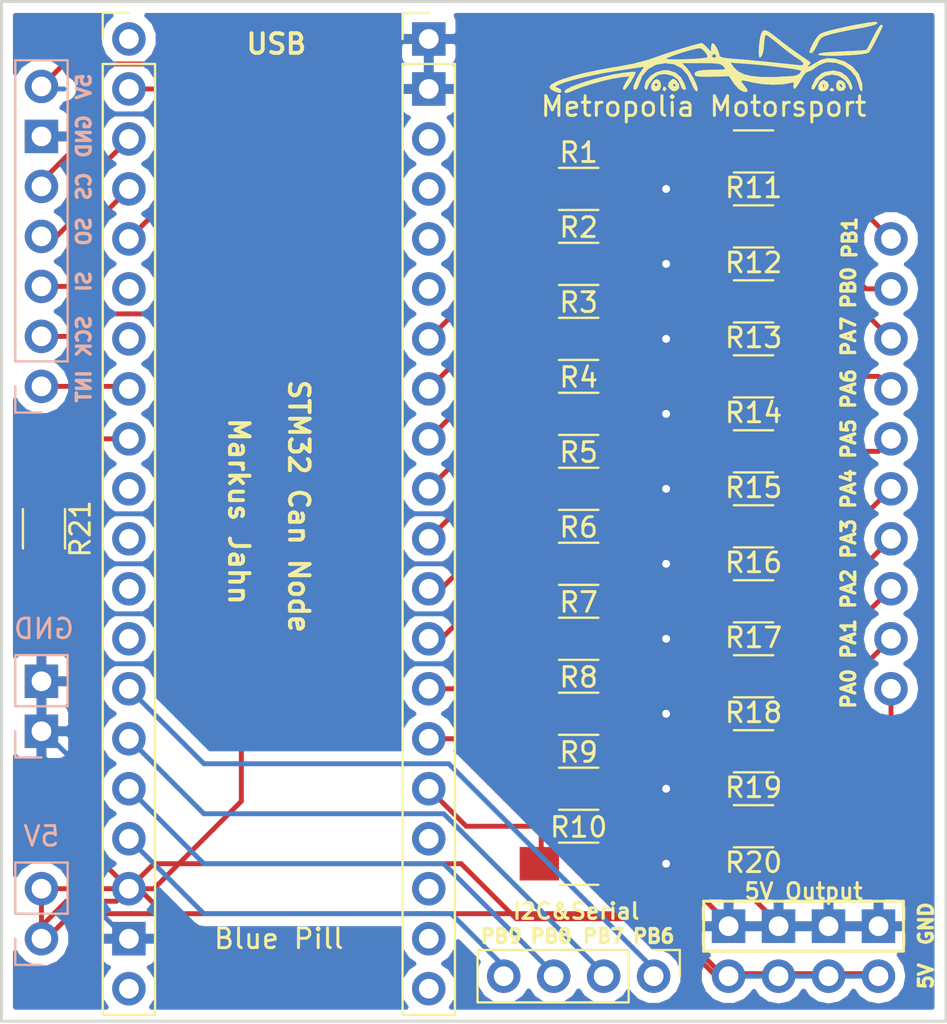
<source format=kicad_pcb>
(kicad_pcb (version 4) (host pcbnew 4.0.7)

  (general
    (links 68)
    (no_connects 1)
    (area 111.557999 102.159999 159.714001 154.126001)
    (thickness 1.6)
    (drawings 30)
    (tracks 234)
    (zones 0)
    (modules 29)
    (nets 48)
  )

  (page A4)
  (layers
    (0 F.Cu signal)
    (31 B.Cu signal)
    (32 B.Adhes user)
    (33 F.Adhes user)
    (34 B.Paste user)
    (35 F.Paste user)
    (36 B.SilkS user)
    (37 F.SilkS user)
    (38 B.Mask user)
    (39 F.Mask user)
    (40 Dwgs.User user)
    (41 Cmts.User user)
    (42 Eco1.User user)
    (43 Eco2.User user)
    (44 Edge.Cuts user)
    (45 Margin user)
    (46 B.CrtYd user)
    (47 F.CrtYd user)
    (48 B.Fab user)
    (49 F.Fab user)
  )

  (setup
    (last_trace_width 0.25)
    (trace_clearance 0.2)
    (zone_clearance 0.508)
    (zone_45_only no)
    (trace_min 0.2)
    (segment_width 0.2)
    (edge_width 0.15)
    (via_size 0.6)
    (via_drill 0.4)
    (via_min_size 0.4)
    (via_min_drill 0.3)
    (uvia_size 0.3)
    (uvia_drill 0.1)
    (uvias_allowed no)
    (uvia_min_size 0.2)
    (uvia_min_drill 0.1)
    (pcb_text_width 0.3)
    (pcb_text_size 1.5 1.5)
    (mod_edge_width 0.15)
    (mod_text_size 1 1)
    (mod_text_width 0.15)
    (pad_size 1.7 1.7)
    (pad_drill 1)
    (pad_to_mask_clearance 0.2)
    (aux_axis_origin 0 0)
    (visible_elements 7FFFFFFF)
    (pcbplotparams
      (layerselection 0x010f0_80000001)
      (usegerberextensions true)
      (excludeedgelayer true)
      (linewidth 0.100000)
      (plotframeref false)
      (viasonmask false)
      (mode 1)
      (useauxorigin false)
      (hpglpennumber 1)
      (hpglpenspeed 20)
      (hpglpendiameter 15)
      (hpglpenoverlay 2)
      (psnegative false)
      (psa4output false)
      (plotreference true)
      (plotvalue true)
      (plotinvisibletext false)
      (padsonsilk false)
      (subtractmaskfromsilk false)
      (outputformat 1)
      (mirror false)
      (drillshape 0)
      (scaleselection 1)
      (outputdirectory gerbers/))
  )

  (net 0 "")
  (net 1 "Net-(J1-Pad3V3)")
  (net 2 GND)
  (net 3 "Net-(J1-PadPB5)")
  (net 4 "Net-(J1-PadPB4)")
  (net 5 "Net-(J1-PadPB3)")
  (net 6 "Net-(J1-PadPA15)")
  (net 7 "Net-(J1-PadPA12)")
  (net 8 "Net-(J1-PadPA11)")
  (net 9 "Net-(J1-PadPA10)")
  (net 10 "Net-(J1-PadPA9)")
  (net 11 "Net-(J1-PadPA8)")
  (net 12 "Net-(J1-PadPB15)")
  (net 13 "Net-(J1-PadPB14)")
  (net 14 "Net-(J1-PadPB13)")
  (net 15 "Net-(J1-PadPB12)")
  (net 16 "Net-(J1-PadRST)")
  (net 17 "Net-(J1-PadPB11)")
  (net 18 "Net-(J1-PadPB10)")
  (net 19 "Net-(J1-PadPB1)")
  (net 20 "Net-(J1-PadPB0)")
  (net 21 "Net-(J1-PadPA7)")
  (net 22 "Net-(J1-PadPA6)")
  (net 23 "Net-(J1-PadPA5)")
  (net 24 "Net-(J1-PadPA4)")
  (net 25 "Net-(J1-PadPA3)")
  (net 26 "Net-(J1-PadPA2)")
  (net 27 "Net-(J1-PadPA1)")
  (net 28 "Net-(J1-PadPA0)")
  (net 29 "Net-(J1-PadPC15)")
  (net 30 "Net-(J1-PadPC14)")
  (net 31 "Net-(J1-PadPC13)")
  (net 32 "Net-(J1-PadVBAT)")
  (net 33 "Net-(J2-PadPB1)")
  (net 34 "Net-(J2-PadPB0)")
  (net 35 "Net-(J2-PadPA7)")
  (net 36 "Net-(J2-PadPA6)")
  (net 37 "Net-(J2-PadPA5)")
  (net 38 "Net-(J2-PadPA4)")
  (net 39 "Net-(J2-PadPA3)")
  (net 40 "Net-(J2-PadPA2)")
  (net 41 "Net-(J2-PadPA1)")
  (net 42 "Net-(J2-PadPA0)")
  (net 43 "Net-(5V1-Pad1)")
  (net 44 PB9)
  (net 45 PB8)
  (net 46 PB7)
  (net 47 PB6)

  (net_class Default "This is the default net class."
    (clearance 0.2)
    (trace_width 0.25)
    (via_dia 0.6)
    (via_drill 0.4)
    (uvia_dia 0.3)
    (uvia_drill 0.1)
    (add_net GND)
    (add_net "Net-(5V1-Pad1)")
    (add_net "Net-(J1-Pad3V3)")
    (add_net "Net-(J1-PadPA0)")
    (add_net "Net-(J1-PadPA1)")
    (add_net "Net-(J1-PadPA10)")
    (add_net "Net-(J1-PadPA11)")
    (add_net "Net-(J1-PadPA12)")
    (add_net "Net-(J1-PadPA15)")
    (add_net "Net-(J1-PadPA2)")
    (add_net "Net-(J1-PadPA3)")
    (add_net "Net-(J1-PadPA4)")
    (add_net "Net-(J1-PadPA5)")
    (add_net "Net-(J1-PadPA6)")
    (add_net "Net-(J1-PadPA7)")
    (add_net "Net-(J1-PadPA8)")
    (add_net "Net-(J1-PadPA9)")
    (add_net "Net-(J1-PadPB0)")
    (add_net "Net-(J1-PadPB1)")
    (add_net "Net-(J1-PadPB10)")
    (add_net "Net-(J1-PadPB11)")
    (add_net "Net-(J1-PadPB12)")
    (add_net "Net-(J1-PadPB13)")
    (add_net "Net-(J1-PadPB14)")
    (add_net "Net-(J1-PadPB15)")
    (add_net "Net-(J1-PadPB3)")
    (add_net "Net-(J1-PadPB4)")
    (add_net "Net-(J1-PadPB5)")
    (add_net "Net-(J1-PadPC13)")
    (add_net "Net-(J1-PadPC14)")
    (add_net "Net-(J1-PadPC15)")
    (add_net "Net-(J1-PadRST)")
    (add_net "Net-(J1-PadVBAT)")
    (add_net "Net-(J2-PadPA0)")
    (add_net "Net-(J2-PadPA1)")
    (add_net "Net-(J2-PadPA2)")
    (add_net "Net-(J2-PadPA3)")
    (add_net "Net-(J2-PadPA4)")
    (add_net "Net-(J2-PadPA5)")
    (add_net "Net-(J2-PadPA6)")
    (add_net "Net-(J2-PadPA7)")
    (add_net "Net-(J2-PadPB0)")
    (add_net "Net-(J2-PadPB1)")
    (add_net PB6)
    (add_net PB7)
    (add_net PB8)
    (add_net PB9)
  )

  (module STM32CanNodePCB:5VOutput (layer F.Cu) (tedit 5A40697A) (tstamp 5A3EE8C3)
    (at 148.59 151.765 90)
    (descr 5VOutput)
    (tags 5VOutput)
    (path /5A3F1701)
    (fp_text reference J6 (at 6.35 9.906 90) (layer F.Fab)
      (effects (font (size 1 1) (thickness 0.15)))
    )
    (fp_text value "5V Output" (at 4.318 3.81 180) (layer F.SilkS)
      (effects (font (size 0.8 0.8) (thickness 0.15)))
    )
    (fp_line (start 1.27 -1.27) (end 3.81 -1.27) (layer F.SilkS) (width 0.15))
    (fp_line (start 3.81 -1.27) (end 3.81 8.89) (layer F.SilkS) (width 0.15))
    (fp_line (start 3.81 8.89) (end 1.27 8.89) (layer F.SilkS) (width 0.15))
    (fp_line (start 1.27 8.89) (end 1.27 -1.27) (layer F.SilkS) (width 0.15))
    (fp_line (start 0 -1.27) (end 3.81 -1.27) (layer F.Fab) (width 0.1))
    (fp_line (start 3.81 8.89) (end -1.27 8.89) (layer F.Fab) (width 0.1))
    (fp_line (start -1.27 8.89) (end -1.27 0) (layer F.Fab) (width 0.1))
    (fp_line (start -1.27 0) (end 0 -1.27) (layer F.Fab) (width 0.1))
    (fp_line (start -1.8 -1.8) (end -1.8 9.4) (layer F.CrtYd) (width 0.05))
    (fp_line (start -1.8 9.4) (end 4.35 9.4) (layer F.CrtYd) (width 0.05))
    (fp_line (start 4.35 9.4) (end 4.35 -1.8) (layer F.CrtYd) (width 0.05))
    (fp_line (start 4.35 -1.8) (end -1.8 -1.8) (layer F.CrtYd) (width 0.05))
    (pad 1a thru_hole circle (at 0 0 90) (size 1.7 1.7) (drill 1) (layers *.Cu *.Mask)
      (net 43 "Net-(5V1-Pad1)"))
    (pad 1b thru_hole rect (at 2.54 0 90) (size 1.7 1.7) (drill 1) (layers *.Cu *.Mask)
      (net 2 GND))
    (pad 2a thru_hole oval (at 0 2.54 90) (size 1.7 1.7) (drill 1) (layers *.Cu *.Mask)
      (net 43 "Net-(5V1-Pad1)"))
    (pad 2b thru_hole rect (at 2.54 2.54 90) (size 1.7 1.7) (drill 1) (layers *.Cu *.Mask)
      (net 2 GND))
    (pad 3a thru_hole oval (at 0 5.08 90) (size 1.7 1.7) (drill 1) (layers *.Cu *.Mask)
      (net 43 "Net-(5V1-Pad1)"))
    (pad 3b thru_hole rect (at 2.54 5.08 90) (size 1.7 1.7) (drill 1) (layers *.Cu *.Mask)
      (net 2 GND))
    (pad 4a thru_hole oval (at 0 7.62 90) (size 1.7 1.7) (drill 1) (layers *.Cu *.Mask)
      (net 43 "Net-(5V1-Pad1)"))
    (pad 4b thru_hole rect (at 2.54 7.62 90) (size 1.7 1.7) (drill 1) (layers *.Cu *.Mask)
      (net 2 GND))
    (model ${KISYS3DMOD}/Pin_Headers.3dshapes/Pin_Header_Straight_2x04_Pitch2.54mm.wrl
      (at (xyz 0 0 0))
      (scale (xyz 1 1 1))
      (rotate (xyz 0 0 0))
    )
  )

  (module STM32CanNodePCB:Analoginput (layer F.Cu) (tedit 5A405E3C) (tstamp 5A3E8FBA)
    (at 156.845 114.3)
    (descr "Through hole straight pin header, 1x10, 2.54mm pitch, single row")
    (tags "Through hole pin header THT 1x10 2.54mm single row")
    (path /5A3EB48D)
    (fp_text reference J2 (at 0 -2.33) (layer F.Fab)
      (effects (font (size 1 1) (thickness 0.15)))
    )
    (fp_text value "Metropolia Motorsport" (at -9.525 -6.731) (layer F.SilkS)
      (effects (font (size 1 1) (thickness 0.15)))
    )
    (fp_line (start -0.635 -1.27) (end 1.27 -1.27) (layer F.Fab) (width 0.1))
    (fp_line (start 1.27 -1.27) (end 1.27 24.13) (layer F.Fab) (width 0.1))
    (fp_line (start 1.27 24.13) (end -1.27 24.13) (layer F.Fab) (width 0.1))
    (fp_line (start -1.27 24.13) (end -1.27 -0.635) (layer F.Fab) (width 0.1))
    (fp_line (start -1.27 -0.635) (end -0.635 -1.27) (layer F.Fab) (width 0.1))
    (fp_line (start -1.33 1.27) (end 1.33 1.27) (layer F.Fab) (width 0.12))
    (fp_line (start -1.33 0) (end -1.33 -1.33) (layer F.Fab) (width 0.12))
    (fp_line (start -1.33 -1.33) (end 0 -1.33) (layer F.Fab) (width 0.12))
    (fp_line (start -1.8 -1.8) (end -1.8 24.65) (layer F.CrtYd) (width 0.05))
    (fp_line (start -1.8 24.65) (end 1.8 24.65) (layer F.CrtYd) (width 0.05))
    (fp_line (start 1.8 24.65) (end 1.8 -1.8) (layer F.CrtYd) (width 0.05))
    (fp_line (start 1.8 -1.8) (end -1.8 -1.8) (layer F.CrtYd) (width 0.05))
    (pad PB1 thru_hole circle (at 0 0) (size 1.7 1.7) (drill 1) (layers *.Cu *.Mask)
      (net 33 "Net-(J2-PadPB1)"))
    (pad PB0 thru_hole oval (at 0 2.54) (size 1.7 1.7) (drill 1) (layers *.Cu *.Mask)
      (net 34 "Net-(J2-PadPB0)"))
    (pad PA7 thru_hole oval (at 0 5.08) (size 1.7 1.7) (drill 1) (layers *.Cu *.Mask)
      (net 35 "Net-(J2-PadPA7)"))
    (pad PA6 thru_hole oval (at 0 7.62) (size 1.7 1.7) (drill 1) (layers *.Cu *.Mask)
      (net 36 "Net-(J2-PadPA6)"))
    (pad PA5 thru_hole oval (at 0 10.16) (size 1.7 1.7) (drill 1) (layers *.Cu *.Mask)
      (net 37 "Net-(J2-PadPA5)"))
    (pad PA4 thru_hole oval (at 0 12.7) (size 1.7 1.7) (drill 1) (layers *.Cu *.Mask)
      (net 38 "Net-(J2-PadPA4)"))
    (pad PA3 thru_hole oval (at 0 15.24) (size 1.7 1.7) (drill 1) (layers *.Cu *.Mask)
      (net 39 "Net-(J2-PadPA3)"))
    (pad PA2 thru_hole oval (at 0 17.78) (size 1.7 1.7) (drill 1) (layers *.Cu *.Mask)
      (net 40 "Net-(J2-PadPA2)"))
    (pad PA1 thru_hole oval (at 0 20.32) (size 1.7 1.7) (drill 1) (layers *.Cu *.Mask)
      (net 41 "Net-(J2-PadPA1)"))
    (pad PA0 thru_hole oval (at 0 22.86) (size 1.7 1.7) (drill 1) (layers *.Cu *.Mask)
      (net 42 "Net-(J2-PadPA0)"))
    (model ${KISYS3DMOD}/Pin_Headers.3dshapes/Pin_Header_Straight_1x10_Pitch2.54mm.wrl
      (at (xyz 0 0 0))
      (scale (xyz 1 1 1))
      (rotate (xyz 0 0 0))
    )
  )

  (module STM32CanNodePCB:BluePill (layer F.Cu) (tedit 5A4070F0) (tstamp 5A3E8FAC)
    (at 133.35 104.14)
    (descr Bluepill)
    (path /5A3E8770)
    (fp_text reference J1 (at -7.747 43.18) (layer F.Fab)
      (effects (font (size 1 1) (thickness 0.15)))
    )
    (fp_text value "Blue Pill" (at -7.62 45.72) (layer F.SilkS)
      (effects (font (size 1 1) (thickness 0.15)))
    )
    (fp_line (start -13.44 -1.8) (end -17.04 -1.8) (layer F.CrtYd) (width 0.05))
    (fp_line (start -13.44 50.05) (end -13.44 -1.8) (layer F.CrtYd) (width 0.05))
    (fp_line (start -17.04 50.05) (end -13.44 50.05) (layer F.CrtYd) (width 0.05))
    (fp_line (start -17.04 -1.8) (end -17.04 50.05) (layer F.CrtYd) (width 0.05))
    (fp_line (start -16.57 -1.33) (end -15.24 -1.33) (layer F.SilkS) (width 0.12))
    (fp_line (start -16.57 0) (end -16.57 -1.33) (layer F.SilkS) (width 0.12))
    (fp_line (start -16.57 1.27) (end -13.91 1.27) (layer F.SilkS) (width 0.12))
    (fp_line (start -13.91 1.27) (end -13.91 49.59) (layer F.SilkS) (width 0.12))
    (fp_line (start -16.57 1.27) (end -16.57 49.59) (layer F.SilkS) (width 0.12))
    (fp_line (start -16.57 49.59) (end -13.91 49.59) (layer F.SilkS) (width 0.12))
    (fp_line (start -16.51 -0.635) (end -15.875 -1.27) (layer F.Fab) (width 0.1))
    (fp_line (start -16.51 49.53) (end -16.51 -0.635) (layer F.Fab) (width 0.1))
    (fp_line (start -13.97 49.53) (end -16.51 49.53) (layer F.Fab) (width 0.1))
    (fp_line (start -13.97 -1.27) (end -13.97 49.53) (layer F.Fab) (width 0.1))
    (fp_line (start -15.875 -1.27) (end -13.97 -1.27) (layer F.Fab) (width 0.1))
    (fp_line (start -0.635 -1.27) (end 1.27 -1.27) (layer F.Fab) (width 0.1))
    (fp_line (start 1.27 -1.27) (end 1.27 49.53) (layer F.Fab) (width 0.1))
    (fp_line (start 1.27 49.53) (end -1.27 49.53) (layer F.Fab) (width 0.1))
    (fp_line (start -1.27 49.53) (end -1.27 -0.635) (layer F.Fab) (width 0.1))
    (fp_line (start -1.27 -0.635) (end -0.635 -1.27) (layer F.Fab) (width 0.1))
    (fp_line (start -1.33 49.59) (end 1.33 49.59) (layer F.SilkS) (width 0.12))
    (fp_line (start -1.33 1.27) (end -1.33 49.59) (layer F.SilkS) (width 0.12))
    (fp_line (start 1.33 1.27) (end 1.33 49.59) (layer F.SilkS) (width 0.12))
    (fp_line (start -1.33 1.27) (end 1.33 1.27) (layer F.SilkS) (width 0.12))
    (fp_line (start -1.33 0) (end -1.33 -1.33) (layer F.SilkS) (width 0.12))
    (fp_line (start -1.33 -1.33) (end 0 -1.33) (layer F.SilkS) (width 0.12))
    (fp_line (start -1.8 -1.8) (end -1.8 50.05) (layer F.CrtYd) (width 0.05))
    (fp_line (start -1.8 50.05) (end 1.8 50.05) (layer F.CrtYd) (width 0.05))
    (fp_line (start 1.8 50.05) (end 1.8 -1.8) (layer F.CrtYd) (width 0.05))
    (fp_line (start 1.8 -1.8) (end -1.8 -1.8) (layer F.CrtYd) (width 0.05))
    (pad 3V3 thru_hole oval (at -15.24 48.26) (size 1.7 1.7) (drill 1) (layers *.Cu *.Mask)
      (net 1 "Net-(J1-Pad3V3)"))
    (pad GND thru_hole rect (at -15.24 45.72) (size 1.7 1.7) (drill 1) (layers *.Cu *.Mask)
      (net 2 GND))
    (pad 5V thru_hole oval (at -15.24 43.18) (size 1.7 1.7) (drill 1) (layers *.Cu *.Mask)
      (net 43 "Net-(5V1-Pad1)"))
    (pad PB9 thru_hole oval (at -15.24 40.64) (size 1.7 1.7) (drill 1) (layers *.Cu *.Mask)
      (net 44 PB9))
    (pad PB8 thru_hole oval (at -15.24 38.1) (size 1.7 1.7) (drill 1) (layers *.Cu *.Mask)
      (net 45 PB8))
    (pad PB7 thru_hole oval (at -15.24 35.56) (size 1.7 1.7) (drill 1) (layers *.Cu *.Mask)
      (net 46 PB7))
    (pad PB6 thru_hole oval (at -15.24 33.02) (size 1.7 1.7) (drill 1) (layers *.Cu *.Mask)
      (net 47 PB6))
    (pad PB5 thru_hole oval (at -15.24 30.48) (size 1.7 1.7) (drill 1) (layers *.Cu *.Mask)
      (net 3 "Net-(J1-PadPB5)"))
    (pad PB4 thru_hole oval (at -15.24 27.94) (size 1.7 1.7) (drill 1) (layers *.Cu *.Mask)
      (net 4 "Net-(J1-PadPB4)"))
    (pad PB3 thru_hole oval (at -15.24 25.4) (size 1.7 1.7) (drill 1) (layers *.Cu *.Mask)
      (net 5 "Net-(J1-PadPB3)"))
    (pad PA15 thru_hole oval (at -15.24 22.86) (size 1.7 1.7) (drill 1) (layers *.Cu *.Mask)
      (net 6 "Net-(J1-PadPA15)"))
    (pad PA12 thru_hole oval (at -15.24 20.32) (size 1.7 1.7) (drill 1) (layers *.Cu *.Mask)
      (net 7 "Net-(J1-PadPA12)"))
    (pad PA11 thru_hole oval (at -15.24 17.78) (size 1.7 1.7) (drill 1) (layers *.Cu *.Mask)
      (net 8 "Net-(J1-PadPA11)"))
    (pad PA10 thru_hole oval (at -15.24 15.24) (size 1.7 1.7) (drill 1) (layers *.Cu *.Mask)
      (net 9 "Net-(J1-PadPA10)"))
    (pad PA9 thru_hole oval (at -15.24 12.7) (size 1.7 1.7) (drill 1) (layers *.Cu *.Mask)
      (net 10 "Net-(J1-PadPA9)"))
    (pad PA8 thru_hole oval (at -15.24 10.16) (size 1.7 1.7) (drill 1) (layers *.Cu *.Mask)
      (net 11 "Net-(J1-PadPA8)"))
    (pad PB15 thru_hole oval (at -15.24 7.62) (size 1.7 1.7) (drill 1) (layers *.Cu *.Mask)
      (net 12 "Net-(J1-PadPB15)"))
    (pad PB14 thru_hole oval (at -15.24 5.08) (size 1.7 1.7) (drill 1) (layers *.Cu *.Mask)
      (net 13 "Net-(J1-PadPB14)"))
    (pad PB13 thru_hole oval (at -15.24 2.54) (size 1.7 1.7) (drill 1) (layers *.Cu *.Mask)
      (net 14 "Net-(J1-PadPB13)"))
    (pad PB12 thru_hole circle (at -15.24 0) (size 1.7 1.7) (drill 1) (layers *.Cu *.Mask)
      (net 15 "Net-(J1-PadPB12)"))
    (pad GND thru_hole rect (at 0 0) (size 1.7 1.7) (drill 1) (layers *.Cu *.Mask)
      (net 2 GND))
    (pad GND thru_hole rect (at 0 2.54) (size 1.7 1.7) (drill 1) (layers *.Cu *.Mask)
      (net 2 GND))
    (pad 3V3 thru_hole oval (at 0 5.08) (size 1.7 1.7) (drill 1) (layers *.Cu *.Mask)
      (net 1 "Net-(J1-Pad3V3)"))
    (pad RST thru_hole oval (at 0 7.62) (size 1.7 1.7) (drill 1) (layers *.Cu *.Mask)
      (net 16 "Net-(J1-PadRST)"))
    (pad PB11 thru_hole oval (at 0 10.16) (size 1.7 1.7) (drill 1) (layers *.Cu *.Mask)
      (net 17 "Net-(J1-PadPB11)"))
    (pad PB10 thru_hole oval (at 0 12.7) (size 1.7 1.7) (drill 1) (layers *.Cu *.Mask)
      (net 18 "Net-(J1-PadPB10)"))
    (pad PB1 thru_hole oval (at 0 15.24) (size 1.7 1.7) (drill 1) (layers *.Cu *.Mask)
      (net 19 "Net-(J1-PadPB1)"))
    (pad PB0 thru_hole oval (at 0 17.78) (size 1.7 1.7) (drill 1) (layers *.Cu *.Mask)
      (net 20 "Net-(J1-PadPB0)"))
    (pad PA7 thru_hole oval (at 0 20.32) (size 1.7 1.7) (drill 1) (layers *.Cu *.Mask)
      (net 21 "Net-(J1-PadPA7)"))
    (pad PA6 thru_hole oval (at 0 22.86) (size 1.7 1.7) (drill 1) (layers *.Cu *.Mask)
      (net 22 "Net-(J1-PadPA6)"))
    (pad PA5 thru_hole oval (at 0 25.4) (size 1.7 1.7) (drill 1) (layers *.Cu *.Mask)
      (net 23 "Net-(J1-PadPA5)"))
    (pad PA4 thru_hole oval (at 0 27.94) (size 1.7 1.7) (drill 1) (layers *.Cu *.Mask)
      (net 24 "Net-(J1-PadPA4)"))
    (pad PA3 thru_hole oval (at 0 30.48) (size 1.7 1.7) (drill 1) (layers *.Cu *.Mask)
      (net 25 "Net-(J1-PadPA3)"))
    (pad PA2 thru_hole oval (at 0 33.02) (size 1.7 1.7) (drill 1) (layers *.Cu *.Mask)
      (net 26 "Net-(J1-PadPA2)"))
    (pad PA1 thru_hole oval (at 0 35.56) (size 1.7 1.7) (drill 1) (layers *.Cu *.Mask)
      (net 27 "Net-(J1-PadPA1)"))
    (pad PA0 thru_hole oval (at 0 38.1) (size 1.7 1.7) (drill 1) (layers *.Cu *.Mask)
      (net 28 "Net-(J1-PadPA0)"))
    (pad PC15 thru_hole oval (at 0 40.64) (size 1.7 1.7) (drill 1) (layers *.Cu *.Mask)
      (net 29 "Net-(J1-PadPC15)"))
    (pad PC14 thru_hole oval (at 0 43.18) (size 1.7 1.7) (drill 1) (layers *.Cu *.Mask)
      (net 30 "Net-(J1-PadPC14)"))
    (pad PC13 thru_hole oval (at 0 45.72) (size 1.7 1.7) (drill 1) (layers *.Cu *.Mask)
      (net 31 "Net-(J1-PadPC13)"))
    (pad VBAT thru_hole oval (at 0 48.26) (size 1.7 1.7) (drill 1) (layers *.Cu *.Mask)
      (net 32 "Net-(J1-PadVBAT)"))
    (model ${KISYS3DMOD}/Pin_Headers.3dshapes/Pin_Header_Straight_1x20_Pitch2.54mm.wrl
      (at (xyz 0 0 0))
      (scale (xyz 1 1 1))
      (rotate (xyz 0 0 0))
    )
  )

  (module Resistors_SMD:R_1206_HandSoldering (layer F.Cu) (tedit 58E0A804) (tstamp 5A3E8FC0)
    (at 140.97 111.76)
    (descr "Resistor SMD 1206, hand soldering")
    (tags "resistor 1206")
    (path /5A3E9800)
    (attr smd)
    (fp_text reference R1 (at 0 -1.85) (layer F.SilkS)
      (effects (font (size 1 1) (thickness 0.15)))
    )
    (fp_text value 1k (at 0 1.9) (layer F.Fab)
      (effects (font (size 1 1) (thickness 0.15)))
    )
    (fp_text user %R (at 0 0) (layer F.Fab)
      (effects (font (size 0.7 0.7) (thickness 0.105)))
    )
    (fp_line (start -1.6 0.8) (end -1.6 -0.8) (layer F.Fab) (width 0.1))
    (fp_line (start 1.6 0.8) (end -1.6 0.8) (layer F.Fab) (width 0.1))
    (fp_line (start 1.6 -0.8) (end 1.6 0.8) (layer F.Fab) (width 0.1))
    (fp_line (start -1.6 -0.8) (end 1.6 -0.8) (layer F.Fab) (width 0.1))
    (fp_line (start 1 1.07) (end -1 1.07) (layer F.SilkS) (width 0.12))
    (fp_line (start -1 -1.07) (end 1 -1.07) (layer F.SilkS) (width 0.12))
    (fp_line (start -3.25 -1.11) (end 3.25 -1.11) (layer F.CrtYd) (width 0.05))
    (fp_line (start -3.25 -1.11) (end -3.25 1.1) (layer F.CrtYd) (width 0.05))
    (fp_line (start 3.25 1.1) (end 3.25 -1.11) (layer F.CrtYd) (width 0.05))
    (fp_line (start 3.25 1.1) (end -3.25 1.1) (layer F.CrtYd) (width 0.05))
    (pad 1 smd rect (at -2 0) (size 2 1.7) (layers F.Cu F.Paste F.Mask)
      (net 19 "Net-(J1-PadPB1)"))
    (pad 2 smd rect (at 2 0) (size 2 1.7) (layers F.Cu F.Paste F.Mask)
      (net 2 GND))
    (model ${KISYS3DMOD}/Resistors_SMD.3dshapes/R_1206.wrl
      (at (xyz 0 0 0))
      (scale (xyz 1 1 1))
      (rotate (xyz 0 0 0))
    )
  )

  (module Resistors_SMD:R_1206_HandSoldering (layer F.Cu) (tedit 58E0A804) (tstamp 5A3E8FC6)
    (at 140.97 115.57)
    (descr "Resistor SMD 1206, hand soldering")
    (tags "resistor 1206")
    (path /5A3E97A7)
    (attr smd)
    (fp_text reference R2 (at 0 -1.85) (layer F.SilkS)
      (effects (font (size 1 1) (thickness 0.15)))
    )
    (fp_text value 1k (at 0 1.9) (layer F.Fab)
      (effects (font (size 1 1) (thickness 0.15)))
    )
    (fp_text user %R (at 0 0) (layer F.Fab)
      (effects (font (size 0.7 0.7) (thickness 0.105)))
    )
    (fp_line (start -1.6 0.8) (end -1.6 -0.8) (layer F.Fab) (width 0.1))
    (fp_line (start 1.6 0.8) (end -1.6 0.8) (layer F.Fab) (width 0.1))
    (fp_line (start 1.6 -0.8) (end 1.6 0.8) (layer F.Fab) (width 0.1))
    (fp_line (start -1.6 -0.8) (end 1.6 -0.8) (layer F.Fab) (width 0.1))
    (fp_line (start 1 1.07) (end -1 1.07) (layer F.SilkS) (width 0.12))
    (fp_line (start -1 -1.07) (end 1 -1.07) (layer F.SilkS) (width 0.12))
    (fp_line (start -3.25 -1.11) (end 3.25 -1.11) (layer F.CrtYd) (width 0.05))
    (fp_line (start -3.25 -1.11) (end -3.25 1.1) (layer F.CrtYd) (width 0.05))
    (fp_line (start 3.25 1.1) (end 3.25 -1.11) (layer F.CrtYd) (width 0.05))
    (fp_line (start 3.25 1.1) (end -3.25 1.1) (layer F.CrtYd) (width 0.05))
    (pad 1 smd rect (at -2 0) (size 2 1.7) (layers F.Cu F.Paste F.Mask)
      (net 20 "Net-(J1-PadPB0)"))
    (pad 2 smd rect (at 2 0) (size 2 1.7) (layers F.Cu F.Paste F.Mask)
      (net 2 GND))
    (model ${KISYS3DMOD}/Resistors_SMD.3dshapes/R_1206.wrl
      (at (xyz 0 0 0))
      (scale (xyz 1 1 1))
      (rotate (xyz 0 0 0))
    )
  )

  (module Resistors_SMD:R_1206_HandSoldering (layer F.Cu) (tedit 58E0A804) (tstamp 5A3E8FCC)
    (at 140.97 119.38)
    (descr "Resistor SMD 1206, hand soldering")
    (tags "resistor 1206")
    (path /5A3E9756)
    (attr smd)
    (fp_text reference R3 (at 0 -1.85) (layer F.SilkS)
      (effects (font (size 1 1) (thickness 0.15)))
    )
    (fp_text value 1k (at 0 1.9) (layer F.Fab)
      (effects (font (size 1 1) (thickness 0.15)))
    )
    (fp_text user %R (at 0 0) (layer F.Fab)
      (effects (font (size 0.7 0.7) (thickness 0.105)))
    )
    (fp_line (start -1.6 0.8) (end -1.6 -0.8) (layer F.Fab) (width 0.1))
    (fp_line (start 1.6 0.8) (end -1.6 0.8) (layer F.Fab) (width 0.1))
    (fp_line (start 1.6 -0.8) (end 1.6 0.8) (layer F.Fab) (width 0.1))
    (fp_line (start -1.6 -0.8) (end 1.6 -0.8) (layer F.Fab) (width 0.1))
    (fp_line (start 1 1.07) (end -1 1.07) (layer F.SilkS) (width 0.12))
    (fp_line (start -1 -1.07) (end 1 -1.07) (layer F.SilkS) (width 0.12))
    (fp_line (start -3.25 -1.11) (end 3.25 -1.11) (layer F.CrtYd) (width 0.05))
    (fp_line (start -3.25 -1.11) (end -3.25 1.1) (layer F.CrtYd) (width 0.05))
    (fp_line (start 3.25 1.1) (end 3.25 -1.11) (layer F.CrtYd) (width 0.05))
    (fp_line (start 3.25 1.1) (end -3.25 1.1) (layer F.CrtYd) (width 0.05))
    (pad 1 smd rect (at -2 0) (size 2 1.7) (layers F.Cu F.Paste F.Mask)
      (net 21 "Net-(J1-PadPA7)"))
    (pad 2 smd rect (at 2 0) (size 2 1.7) (layers F.Cu F.Paste F.Mask)
      (net 2 GND))
    (model ${KISYS3DMOD}/Resistors_SMD.3dshapes/R_1206.wrl
      (at (xyz 0 0 0))
      (scale (xyz 1 1 1))
      (rotate (xyz 0 0 0))
    )
  )

  (module Resistors_SMD:R_1206_HandSoldering (layer F.Cu) (tedit 58E0A804) (tstamp 5A3E8FD2)
    (at 140.97 123.19)
    (descr "Resistor SMD 1206, hand soldering")
    (tags "resistor 1206")
    (path /5A3E9705)
    (attr smd)
    (fp_text reference R4 (at 0 -1.85) (layer F.SilkS)
      (effects (font (size 1 1) (thickness 0.15)))
    )
    (fp_text value 1k (at 0 1.9) (layer F.Fab)
      (effects (font (size 1 1) (thickness 0.15)))
    )
    (fp_text user %R (at 0 0) (layer F.Fab)
      (effects (font (size 0.7 0.7) (thickness 0.105)))
    )
    (fp_line (start -1.6 0.8) (end -1.6 -0.8) (layer F.Fab) (width 0.1))
    (fp_line (start 1.6 0.8) (end -1.6 0.8) (layer F.Fab) (width 0.1))
    (fp_line (start 1.6 -0.8) (end 1.6 0.8) (layer F.Fab) (width 0.1))
    (fp_line (start -1.6 -0.8) (end 1.6 -0.8) (layer F.Fab) (width 0.1))
    (fp_line (start 1 1.07) (end -1 1.07) (layer F.SilkS) (width 0.12))
    (fp_line (start -1 -1.07) (end 1 -1.07) (layer F.SilkS) (width 0.12))
    (fp_line (start -3.25 -1.11) (end 3.25 -1.11) (layer F.CrtYd) (width 0.05))
    (fp_line (start -3.25 -1.11) (end -3.25 1.1) (layer F.CrtYd) (width 0.05))
    (fp_line (start 3.25 1.1) (end 3.25 -1.11) (layer F.CrtYd) (width 0.05))
    (fp_line (start 3.25 1.1) (end -3.25 1.1) (layer F.CrtYd) (width 0.05))
    (pad 1 smd rect (at -2 0) (size 2 1.7) (layers F.Cu F.Paste F.Mask)
      (net 22 "Net-(J1-PadPA6)"))
    (pad 2 smd rect (at 2 0) (size 2 1.7) (layers F.Cu F.Paste F.Mask)
      (net 2 GND))
    (model ${KISYS3DMOD}/Resistors_SMD.3dshapes/R_1206.wrl
      (at (xyz 0 0 0))
      (scale (xyz 1 1 1))
      (rotate (xyz 0 0 0))
    )
  )

  (module Resistors_SMD:R_1206_HandSoldering (layer F.Cu) (tedit 58E0A804) (tstamp 5A3E8FD8)
    (at 140.97 127)
    (descr "Resistor SMD 1206, hand soldering")
    (tags "resistor 1206")
    (path /5A3E96B8)
    (attr smd)
    (fp_text reference R5 (at 0 -1.85) (layer F.SilkS)
      (effects (font (size 1 1) (thickness 0.15)))
    )
    (fp_text value 1k (at 0 1.9) (layer F.Fab)
      (effects (font (size 1 1) (thickness 0.15)))
    )
    (fp_text user %R (at 0 0) (layer F.Fab)
      (effects (font (size 0.7 0.7) (thickness 0.105)))
    )
    (fp_line (start -1.6 0.8) (end -1.6 -0.8) (layer F.Fab) (width 0.1))
    (fp_line (start 1.6 0.8) (end -1.6 0.8) (layer F.Fab) (width 0.1))
    (fp_line (start 1.6 -0.8) (end 1.6 0.8) (layer F.Fab) (width 0.1))
    (fp_line (start -1.6 -0.8) (end 1.6 -0.8) (layer F.Fab) (width 0.1))
    (fp_line (start 1 1.07) (end -1 1.07) (layer F.SilkS) (width 0.12))
    (fp_line (start -1 -1.07) (end 1 -1.07) (layer F.SilkS) (width 0.12))
    (fp_line (start -3.25 -1.11) (end 3.25 -1.11) (layer F.CrtYd) (width 0.05))
    (fp_line (start -3.25 -1.11) (end -3.25 1.1) (layer F.CrtYd) (width 0.05))
    (fp_line (start 3.25 1.1) (end 3.25 -1.11) (layer F.CrtYd) (width 0.05))
    (fp_line (start 3.25 1.1) (end -3.25 1.1) (layer F.CrtYd) (width 0.05))
    (pad 1 smd rect (at -2 0) (size 2 1.7) (layers F.Cu F.Paste F.Mask)
      (net 23 "Net-(J1-PadPA5)"))
    (pad 2 smd rect (at 2 0) (size 2 1.7) (layers F.Cu F.Paste F.Mask)
      (net 2 GND))
    (model ${KISYS3DMOD}/Resistors_SMD.3dshapes/R_1206.wrl
      (at (xyz 0 0 0))
      (scale (xyz 1 1 1))
      (rotate (xyz 0 0 0))
    )
  )

  (module Resistors_SMD:R_1206_HandSoldering (layer F.Cu) (tedit 58E0A804) (tstamp 5A3E8FDE)
    (at 140.97 130.81)
    (descr "Resistor SMD 1206, hand soldering")
    (tags "resistor 1206")
    (path /5A3E966F)
    (attr smd)
    (fp_text reference R6 (at 0 -1.85) (layer F.SilkS)
      (effects (font (size 1 1) (thickness 0.15)))
    )
    (fp_text value 1k (at 0 1.9) (layer F.Fab)
      (effects (font (size 1 1) (thickness 0.15)))
    )
    (fp_text user %R (at 0 0) (layer F.Fab)
      (effects (font (size 0.7 0.7) (thickness 0.105)))
    )
    (fp_line (start -1.6 0.8) (end -1.6 -0.8) (layer F.Fab) (width 0.1))
    (fp_line (start 1.6 0.8) (end -1.6 0.8) (layer F.Fab) (width 0.1))
    (fp_line (start 1.6 -0.8) (end 1.6 0.8) (layer F.Fab) (width 0.1))
    (fp_line (start -1.6 -0.8) (end 1.6 -0.8) (layer F.Fab) (width 0.1))
    (fp_line (start 1 1.07) (end -1 1.07) (layer F.SilkS) (width 0.12))
    (fp_line (start -1 -1.07) (end 1 -1.07) (layer F.SilkS) (width 0.12))
    (fp_line (start -3.25 -1.11) (end 3.25 -1.11) (layer F.CrtYd) (width 0.05))
    (fp_line (start -3.25 -1.11) (end -3.25 1.1) (layer F.CrtYd) (width 0.05))
    (fp_line (start 3.25 1.1) (end 3.25 -1.11) (layer F.CrtYd) (width 0.05))
    (fp_line (start 3.25 1.1) (end -3.25 1.1) (layer F.CrtYd) (width 0.05))
    (pad 1 smd rect (at -2 0) (size 2 1.7) (layers F.Cu F.Paste F.Mask)
      (net 24 "Net-(J1-PadPA4)"))
    (pad 2 smd rect (at 2 0) (size 2 1.7) (layers F.Cu F.Paste F.Mask)
      (net 2 GND))
    (model ${KISYS3DMOD}/Resistors_SMD.3dshapes/R_1206.wrl
      (at (xyz 0 0 0))
      (scale (xyz 1 1 1))
      (rotate (xyz 0 0 0))
    )
  )

  (module Resistors_SMD:R_1206_HandSoldering (layer F.Cu) (tedit 58E0A804) (tstamp 5A3E8FE4)
    (at 140.97 134.62)
    (descr "Resistor SMD 1206, hand soldering")
    (tags "resistor 1206")
    (path /5A3E94AC)
    (attr smd)
    (fp_text reference R7 (at 0 -1.85) (layer F.SilkS)
      (effects (font (size 1 1) (thickness 0.15)))
    )
    (fp_text value 1k (at 0 1.9) (layer F.Fab)
      (effects (font (size 1 1) (thickness 0.15)))
    )
    (fp_text user %R (at 0 0) (layer F.Fab)
      (effects (font (size 0.7 0.7) (thickness 0.105)))
    )
    (fp_line (start -1.6 0.8) (end -1.6 -0.8) (layer F.Fab) (width 0.1))
    (fp_line (start 1.6 0.8) (end -1.6 0.8) (layer F.Fab) (width 0.1))
    (fp_line (start 1.6 -0.8) (end 1.6 0.8) (layer F.Fab) (width 0.1))
    (fp_line (start -1.6 -0.8) (end 1.6 -0.8) (layer F.Fab) (width 0.1))
    (fp_line (start 1 1.07) (end -1 1.07) (layer F.SilkS) (width 0.12))
    (fp_line (start -1 -1.07) (end 1 -1.07) (layer F.SilkS) (width 0.12))
    (fp_line (start -3.25 -1.11) (end 3.25 -1.11) (layer F.CrtYd) (width 0.05))
    (fp_line (start -3.25 -1.11) (end -3.25 1.1) (layer F.CrtYd) (width 0.05))
    (fp_line (start 3.25 1.1) (end 3.25 -1.11) (layer F.CrtYd) (width 0.05))
    (fp_line (start 3.25 1.1) (end -3.25 1.1) (layer F.CrtYd) (width 0.05))
    (pad 1 smd rect (at -2 0) (size 2 1.7) (layers F.Cu F.Paste F.Mask)
      (net 25 "Net-(J1-PadPA3)"))
    (pad 2 smd rect (at 2 0) (size 2 1.7) (layers F.Cu F.Paste F.Mask)
      (net 2 GND))
    (model ${KISYS3DMOD}/Resistors_SMD.3dshapes/R_1206.wrl
      (at (xyz 0 0 0))
      (scale (xyz 1 1 1))
      (rotate (xyz 0 0 0))
    )
  )

  (module Resistors_SMD:R_1206_HandSoldering (layer F.Cu) (tedit 58E0A804) (tstamp 5A3E8FEA)
    (at 140.97 138.43)
    (descr "Resistor SMD 1206, hand soldering")
    (tags "resistor 1206")
    (path /5A3E9413)
    (attr smd)
    (fp_text reference R8 (at 0 -1.85) (layer F.SilkS)
      (effects (font (size 1 1) (thickness 0.15)))
    )
    (fp_text value 1k (at 0 1.9) (layer F.Fab)
      (effects (font (size 1 1) (thickness 0.15)))
    )
    (fp_text user %R (at 0 0) (layer F.Fab)
      (effects (font (size 0.7 0.7) (thickness 0.105)))
    )
    (fp_line (start -1.6 0.8) (end -1.6 -0.8) (layer F.Fab) (width 0.1))
    (fp_line (start 1.6 0.8) (end -1.6 0.8) (layer F.Fab) (width 0.1))
    (fp_line (start 1.6 -0.8) (end 1.6 0.8) (layer F.Fab) (width 0.1))
    (fp_line (start -1.6 -0.8) (end 1.6 -0.8) (layer F.Fab) (width 0.1))
    (fp_line (start 1 1.07) (end -1 1.07) (layer F.SilkS) (width 0.12))
    (fp_line (start -1 -1.07) (end 1 -1.07) (layer F.SilkS) (width 0.12))
    (fp_line (start -3.25 -1.11) (end 3.25 -1.11) (layer F.CrtYd) (width 0.05))
    (fp_line (start -3.25 -1.11) (end -3.25 1.1) (layer F.CrtYd) (width 0.05))
    (fp_line (start 3.25 1.1) (end 3.25 -1.11) (layer F.CrtYd) (width 0.05))
    (fp_line (start 3.25 1.1) (end -3.25 1.1) (layer F.CrtYd) (width 0.05))
    (pad 1 smd rect (at -2 0) (size 2 1.7) (layers F.Cu F.Paste F.Mask)
      (net 26 "Net-(J1-PadPA2)"))
    (pad 2 smd rect (at 2 0) (size 2 1.7) (layers F.Cu F.Paste F.Mask)
      (net 2 GND))
    (model ${KISYS3DMOD}/Resistors_SMD.3dshapes/R_1206.wrl
      (at (xyz 0 0 0))
      (scale (xyz 1 1 1))
      (rotate (xyz 0 0 0))
    )
  )

  (module Resistors_SMD:R_1206_HandSoldering (layer F.Cu) (tedit 58E0A804) (tstamp 5A3E8FF0)
    (at 140.97 142.24)
    (descr "Resistor SMD 1206, hand soldering")
    (tags "resistor 1206")
    (path /5A3E93B0)
    (attr smd)
    (fp_text reference R9 (at 0 -1.85) (layer F.SilkS)
      (effects (font (size 1 1) (thickness 0.15)))
    )
    (fp_text value 1k (at 0 1.9) (layer F.Fab)
      (effects (font (size 1 1) (thickness 0.15)))
    )
    (fp_text user %R (at 0 0) (layer F.Fab)
      (effects (font (size 0.7 0.7) (thickness 0.105)))
    )
    (fp_line (start -1.6 0.8) (end -1.6 -0.8) (layer F.Fab) (width 0.1))
    (fp_line (start 1.6 0.8) (end -1.6 0.8) (layer F.Fab) (width 0.1))
    (fp_line (start 1.6 -0.8) (end 1.6 0.8) (layer F.Fab) (width 0.1))
    (fp_line (start -1.6 -0.8) (end 1.6 -0.8) (layer F.Fab) (width 0.1))
    (fp_line (start 1 1.07) (end -1 1.07) (layer F.SilkS) (width 0.12))
    (fp_line (start -1 -1.07) (end 1 -1.07) (layer F.SilkS) (width 0.12))
    (fp_line (start -3.25 -1.11) (end 3.25 -1.11) (layer F.CrtYd) (width 0.05))
    (fp_line (start -3.25 -1.11) (end -3.25 1.1) (layer F.CrtYd) (width 0.05))
    (fp_line (start 3.25 1.1) (end 3.25 -1.11) (layer F.CrtYd) (width 0.05))
    (fp_line (start 3.25 1.1) (end -3.25 1.1) (layer F.CrtYd) (width 0.05))
    (pad 1 smd rect (at -2 0) (size 2 1.7) (layers F.Cu F.Paste F.Mask)
      (net 27 "Net-(J1-PadPA1)"))
    (pad 2 smd rect (at 2 0) (size 2 1.7) (layers F.Cu F.Paste F.Mask)
      (net 2 GND))
    (model ${KISYS3DMOD}/Resistors_SMD.3dshapes/R_1206.wrl
      (at (xyz 0 0 0))
      (scale (xyz 1 1 1))
      (rotate (xyz 0 0 0))
    )
  )

  (module Resistors_SMD:R_1206_HandSoldering (layer F.Cu) (tedit 5A3EEE72) (tstamp 5A3E8FF6)
    (at 140.97 146.05)
    (descr "Resistor SMD 1206, hand soldering")
    (tags "resistor 1206")
    (path /5A3E88B7)
    (attr smd)
    (fp_text reference R10 (at 0 -1.85) (layer F.SilkS)
      (effects (font (size 1 1) (thickness 0.15)))
    )
    (fp_text value 1k (at 0 1.9) (layer F.Fab)
      (effects (font (size 1 1) (thickness 0.15)))
    )
    (fp_text user %R (at 0 0) (layer F.Fab)
      (effects (font (size 0.7 0.7) (thickness 0.105)))
    )
    (fp_line (start -1.6 0.8) (end -1.6 -0.8) (layer F.Fab) (width 0.1))
    (fp_line (start 1.6 0.8) (end -1.6 0.8) (layer F.Fab) (width 0.1))
    (fp_line (start 1.6 -0.8) (end 1.6 0.8) (layer F.Fab) (width 0.1))
    (fp_line (start -1.6 -0.8) (end 1.6 -0.8) (layer F.Fab) (width 0.1))
    (fp_line (start 1 1.07) (end -1 1.07) (layer F.SilkS) (width 0.12))
    (fp_line (start -1 -1.07) (end 1 -1.07) (layer F.SilkS) (width 0.12))
    (fp_line (start -3.25 -1.11) (end 3.25 -1.11) (layer F.CrtYd) (width 0.05))
    (fp_line (start -3.25 -1.11) (end -3.25 1.1) (layer F.CrtYd) (width 0.05))
    (fp_line (start 3.25 1.1) (end 3.25 -1.11) (layer F.CrtYd) (width 0.05))
    (fp_line (start 3.25 1.1) (end -3.25 1.1) (layer F.CrtYd) (width 0.05))
    (pad 1 smd rect (at -2 0) (size 2 1.7) (layers F.Cu F.Paste F.Mask)
      (net 28 "Net-(J1-PadPA0)"))
    (pad 2 smd rect (at 2 0) (size 2 1.7) (layers F.Cu F.Paste F.Mask)
      (net 2 GND))
    (model ${KISYS3DMOD}/Resistors_SMD.3dshapes/R_1206.wrl
      (at (xyz 0 0 0))
      (scale (xyz 1 1 1))
      (rotate (xyz 0 0 0))
    )
  )

  (module Resistors_SMD:R_1206_HandSoldering (layer F.Cu) (tedit 58E0A804) (tstamp 5A3E8FFC)
    (at 149.86 109.855 180)
    (descr "Resistor SMD 1206, hand soldering")
    (tags "resistor 1206")
    (path /5A3E9806)
    (attr smd)
    (fp_text reference R11 (at 0 -1.85 180) (layer F.SilkS)
      (effects (font (size 1 1) (thickness 0.15)))
    )
    (fp_text value 4.7k (at 0 1.9 180) (layer F.Fab)
      (effects (font (size 1 1) (thickness 0.15)))
    )
    (fp_text user %R (at 0 0 180) (layer F.Fab)
      (effects (font (size 0.7 0.7) (thickness 0.105)))
    )
    (fp_line (start -1.6 0.8) (end -1.6 -0.8) (layer F.Fab) (width 0.1))
    (fp_line (start 1.6 0.8) (end -1.6 0.8) (layer F.Fab) (width 0.1))
    (fp_line (start 1.6 -0.8) (end 1.6 0.8) (layer F.Fab) (width 0.1))
    (fp_line (start -1.6 -0.8) (end 1.6 -0.8) (layer F.Fab) (width 0.1))
    (fp_line (start 1 1.07) (end -1 1.07) (layer F.SilkS) (width 0.12))
    (fp_line (start -1 -1.07) (end 1 -1.07) (layer F.SilkS) (width 0.12))
    (fp_line (start -3.25 -1.11) (end 3.25 -1.11) (layer F.CrtYd) (width 0.05))
    (fp_line (start -3.25 -1.11) (end -3.25 1.1) (layer F.CrtYd) (width 0.05))
    (fp_line (start 3.25 1.1) (end 3.25 -1.11) (layer F.CrtYd) (width 0.05))
    (fp_line (start 3.25 1.1) (end -3.25 1.1) (layer F.CrtYd) (width 0.05))
    (pad 1 smd rect (at -2 0 180) (size 2 1.7) (layers F.Cu F.Paste F.Mask)
      (net 33 "Net-(J2-PadPB1)"))
    (pad 2 smd rect (at 2 0 180) (size 2 1.7) (layers F.Cu F.Paste F.Mask)
      (net 19 "Net-(J1-PadPB1)"))
    (model ${KISYS3DMOD}/Resistors_SMD.3dshapes/R_1206.wrl
      (at (xyz 0 0 0))
      (scale (xyz 1 1 1))
      (rotate (xyz 0 0 0))
    )
  )

  (module Resistors_SMD:R_1206_HandSoldering (layer F.Cu) (tedit 58E0A804) (tstamp 5A3E9002)
    (at 149.86 113.665 180)
    (descr "Resistor SMD 1206, hand soldering")
    (tags "resistor 1206")
    (path /5A3E97AD)
    (attr smd)
    (fp_text reference R12 (at 0 -1.85 180) (layer F.SilkS)
      (effects (font (size 1 1) (thickness 0.15)))
    )
    (fp_text value 4.7k (at 0 1.9 180) (layer F.Fab)
      (effects (font (size 1 1) (thickness 0.15)))
    )
    (fp_text user %R (at 0 0 180) (layer F.Fab)
      (effects (font (size 0.7 0.7) (thickness 0.105)))
    )
    (fp_line (start -1.6 0.8) (end -1.6 -0.8) (layer F.Fab) (width 0.1))
    (fp_line (start 1.6 0.8) (end -1.6 0.8) (layer F.Fab) (width 0.1))
    (fp_line (start 1.6 -0.8) (end 1.6 0.8) (layer F.Fab) (width 0.1))
    (fp_line (start -1.6 -0.8) (end 1.6 -0.8) (layer F.Fab) (width 0.1))
    (fp_line (start 1 1.07) (end -1 1.07) (layer F.SilkS) (width 0.12))
    (fp_line (start -1 -1.07) (end 1 -1.07) (layer F.SilkS) (width 0.12))
    (fp_line (start -3.25 -1.11) (end 3.25 -1.11) (layer F.CrtYd) (width 0.05))
    (fp_line (start -3.25 -1.11) (end -3.25 1.1) (layer F.CrtYd) (width 0.05))
    (fp_line (start 3.25 1.1) (end 3.25 -1.11) (layer F.CrtYd) (width 0.05))
    (fp_line (start 3.25 1.1) (end -3.25 1.1) (layer F.CrtYd) (width 0.05))
    (pad 1 smd rect (at -2 0 180) (size 2 1.7) (layers F.Cu F.Paste F.Mask)
      (net 34 "Net-(J2-PadPB0)"))
    (pad 2 smd rect (at 2 0 180) (size 2 1.7) (layers F.Cu F.Paste F.Mask)
      (net 20 "Net-(J1-PadPB0)"))
    (model ${KISYS3DMOD}/Resistors_SMD.3dshapes/R_1206.wrl
      (at (xyz 0 0 0))
      (scale (xyz 1 1 1))
      (rotate (xyz 0 0 0))
    )
  )

  (module Resistors_SMD:R_1206_HandSoldering (layer F.Cu) (tedit 58E0A804) (tstamp 5A3E9008)
    (at 149.86 117.475 180)
    (descr "Resistor SMD 1206, hand soldering")
    (tags "resistor 1206")
    (path /5A3E975C)
    (attr smd)
    (fp_text reference R13 (at 0 -1.85 180) (layer F.SilkS)
      (effects (font (size 1 1) (thickness 0.15)))
    )
    (fp_text value 4.7k (at 0 1.9 180) (layer F.Fab)
      (effects (font (size 1 1) (thickness 0.15)))
    )
    (fp_text user %R (at 0 0 180) (layer F.Fab)
      (effects (font (size 0.7 0.7) (thickness 0.105)))
    )
    (fp_line (start -1.6 0.8) (end -1.6 -0.8) (layer F.Fab) (width 0.1))
    (fp_line (start 1.6 0.8) (end -1.6 0.8) (layer F.Fab) (width 0.1))
    (fp_line (start 1.6 -0.8) (end 1.6 0.8) (layer F.Fab) (width 0.1))
    (fp_line (start -1.6 -0.8) (end 1.6 -0.8) (layer F.Fab) (width 0.1))
    (fp_line (start 1 1.07) (end -1 1.07) (layer F.SilkS) (width 0.12))
    (fp_line (start -1 -1.07) (end 1 -1.07) (layer F.SilkS) (width 0.12))
    (fp_line (start -3.25 -1.11) (end 3.25 -1.11) (layer F.CrtYd) (width 0.05))
    (fp_line (start -3.25 -1.11) (end -3.25 1.1) (layer F.CrtYd) (width 0.05))
    (fp_line (start 3.25 1.1) (end 3.25 -1.11) (layer F.CrtYd) (width 0.05))
    (fp_line (start 3.25 1.1) (end -3.25 1.1) (layer F.CrtYd) (width 0.05))
    (pad 1 smd rect (at -2 0 180) (size 2 1.7) (layers F.Cu F.Paste F.Mask)
      (net 35 "Net-(J2-PadPA7)"))
    (pad 2 smd rect (at 2 0 180) (size 2 1.7) (layers F.Cu F.Paste F.Mask)
      (net 21 "Net-(J1-PadPA7)"))
    (model ${KISYS3DMOD}/Resistors_SMD.3dshapes/R_1206.wrl
      (at (xyz 0 0 0))
      (scale (xyz 1 1 1))
      (rotate (xyz 0 0 0))
    )
  )

  (module Resistors_SMD:R_1206_HandSoldering (layer F.Cu) (tedit 58E0A804) (tstamp 5A3E900E)
    (at 149.86 121.285 180)
    (descr "Resistor SMD 1206, hand soldering")
    (tags "resistor 1206")
    (path /5A3E970B)
    (attr smd)
    (fp_text reference R14 (at 0 -1.85 180) (layer F.SilkS)
      (effects (font (size 1 1) (thickness 0.15)))
    )
    (fp_text value 4.7k (at 0 1.9 180) (layer F.Fab)
      (effects (font (size 1 1) (thickness 0.15)))
    )
    (fp_text user %R (at 0 0 180) (layer F.Fab)
      (effects (font (size 0.7 0.7) (thickness 0.105)))
    )
    (fp_line (start -1.6 0.8) (end -1.6 -0.8) (layer F.Fab) (width 0.1))
    (fp_line (start 1.6 0.8) (end -1.6 0.8) (layer F.Fab) (width 0.1))
    (fp_line (start 1.6 -0.8) (end 1.6 0.8) (layer F.Fab) (width 0.1))
    (fp_line (start -1.6 -0.8) (end 1.6 -0.8) (layer F.Fab) (width 0.1))
    (fp_line (start 1 1.07) (end -1 1.07) (layer F.SilkS) (width 0.12))
    (fp_line (start -1 -1.07) (end 1 -1.07) (layer F.SilkS) (width 0.12))
    (fp_line (start -3.25 -1.11) (end 3.25 -1.11) (layer F.CrtYd) (width 0.05))
    (fp_line (start -3.25 -1.11) (end -3.25 1.1) (layer F.CrtYd) (width 0.05))
    (fp_line (start 3.25 1.1) (end 3.25 -1.11) (layer F.CrtYd) (width 0.05))
    (fp_line (start 3.25 1.1) (end -3.25 1.1) (layer F.CrtYd) (width 0.05))
    (pad 1 smd rect (at -2 0 180) (size 2 1.7) (layers F.Cu F.Paste F.Mask)
      (net 36 "Net-(J2-PadPA6)"))
    (pad 2 smd rect (at 2 0 180) (size 2 1.7) (layers F.Cu F.Paste F.Mask)
      (net 22 "Net-(J1-PadPA6)"))
    (model ${KISYS3DMOD}/Resistors_SMD.3dshapes/R_1206.wrl
      (at (xyz 0 0 0))
      (scale (xyz 1 1 1))
      (rotate (xyz 0 0 0))
    )
  )

  (module Resistors_SMD:R_1206_HandSoldering (layer F.Cu) (tedit 58E0A804) (tstamp 5A3E9014)
    (at 149.86 125.095 180)
    (descr "Resistor SMD 1206, hand soldering")
    (tags "resistor 1206")
    (path /5A3E96BE)
    (attr smd)
    (fp_text reference R15 (at 0 -1.85 180) (layer F.SilkS)
      (effects (font (size 1 1) (thickness 0.15)))
    )
    (fp_text value 4.7k (at 0 1.9 180) (layer F.Fab)
      (effects (font (size 1 1) (thickness 0.15)))
    )
    (fp_text user %R (at 0 0 180) (layer F.Fab)
      (effects (font (size 0.7 0.7) (thickness 0.105)))
    )
    (fp_line (start -1.6 0.8) (end -1.6 -0.8) (layer F.Fab) (width 0.1))
    (fp_line (start 1.6 0.8) (end -1.6 0.8) (layer F.Fab) (width 0.1))
    (fp_line (start 1.6 -0.8) (end 1.6 0.8) (layer F.Fab) (width 0.1))
    (fp_line (start -1.6 -0.8) (end 1.6 -0.8) (layer F.Fab) (width 0.1))
    (fp_line (start 1 1.07) (end -1 1.07) (layer F.SilkS) (width 0.12))
    (fp_line (start -1 -1.07) (end 1 -1.07) (layer F.SilkS) (width 0.12))
    (fp_line (start -3.25 -1.11) (end 3.25 -1.11) (layer F.CrtYd) (width 0.05))
    (fp_line (start -3.25 -1.11) (end -3.25 1.1) (layer F.CrtYd) (width 0.05))
    (fp_line (start 3.25 1.1) (end 3.25 -1.11) (layer F.CrtYd) (width 0.05))
    (fp_line (start 3.25 1.1) (end -3.25 1.1) (layer F.CrtYd) (width 0.05))
    (pad 1 smd rect (at -2 0 180) (size 2 1.7) (layers F.Cu F.Paste F.Mask)
      (net 37 "Net-(J2-PadPA5)"))
    (pad 2 smd rect (at 2 0 180) (size 2 1.7) (layers F.Cu F.Paste F.Mask)
      (net 23 "Net-(J1-PadPA5)"))
    (model ${KISYS3DMOD}/Resistors_SMD.3dshapes/R_1206.wrl
      (at (xyz 0 0 0))
      (scale (xyz 1 1 1))
      (rotate (xyz 0 0 0))
    )
  )

  (module Resistors_SMD:R_1206_HandSoldering (layer F.Cu) (tedit 58E0A804) (tstamp 5A3E901A)
    (at 149.86 128.905 180)
    (descr "Resistor SMD 1206, hand soldering")
    (tags "resistor 1206")
    (path /5A3E9675)
    (attr smd)
    (fp_text reference R16 (at 0 -1.85 180) (layer F.SilkS)
      (effects (font (size 1 1) (thickness 0.15)))
    )
    (fp_text value 4.7k (at 0 1.9 180) (layer F.Fab)
      (effects (font (size 1 1) (thickness 0.15)))
    )
    (fp_text user %R (at 0 0 180) (layer F.Fab)
      (effects (font (size 0.7 0.7) (thickness 0.105)))
    )
    (fp_line (start -1.6 0.8) (end -1.6 -0.8) (layer F.Fab) (width 0.1))
    (fp_line (start 1.6 0.8) (end -1.6 0.8) (layer F.Fab) (width 0.1))
    (fp_line (start 1.6 -0.8) (end 1.6 0.8) (layer F.Fab) (width 0.1))
    (fp_line (start -1.6 -0.8) (end 1.6 -0.8) (layer F.Fab) (width 0.1))
    (fp_line (start 1 1.07) (end -1 1.07) (layer F.SilkS) (width 0.12))
    (fp_line (start -1 -1.07) (end 1 -1.07) (layer F.SilkS) (width 0.12))
    (fp_line (start -3.25 -1.11) (end 3.25 -1.11) (layer F.CrtYd) (width 0.05))
    (fp_line (start -3.25 -1.11) (end -3.25 1.1) (layer F.CrtYd) (width 0.05))
    (fp_line (start 3.25 1.1) (end 3.25 -1.11) (layer F.CrtYd) (width 0.05))
    (fp_line (start 3.25 1.1) (end -3.25 1.1) (layer F.CrtYd) (width 0.05))
    (pad 1 smd rect (at -2 0 180) (size 2 1.7) (layers F.Cu F.Paste F.Mask)
      (net 38 "Net-(J2-PadPA4)"))
    (pad 2 smd rect (at 2 0 180) (size 2 1.7) (layers F.Cu F.Paste F.Mask)
      (net 24 "Net-(J1-PadPA4)"))
    (model ${KISYS3DMOD}/Resistors_SMD.3dshapes/R_1206.wrl
      (at (xyz 0 0 0))
      (scale (xyz 1 1 1))
      (rotate (xyz 0 0 0))
    )
  )

  (module Resistors_SMD:R_1206_HandSoldering (layer F.Cu) (tedit 58E0A804) (tstamp 5A3E9020)
    (at 149.86 132.715 180)
    (descr "Resistor SMD 1206, hand soldering")
    (tags "resistor 1206")
    (path /5A3E94B2)
    (attr smd)
    (fp_text reference R17 (at 0 -1.85 180) (layer F.SilkS)
      (effects (font (size 1 1) (thickness 0.15)))
    )
    (fp_text value 4.7k (at 0 1.9 180) (layer F.Fab)
      (effects (font (size 1 1) (thickness 0.15)))
    )
    (fp_text user %R (at 0 0 180) (layer F.Fab)
      (effects (font (size 0.7 0.7) (thickness 0.105)))
    )
    (fp_line (start -1.6 0.8) (end -1.6 -0.8) (layer F.Fab) (width 0.1))
    (fp_line (start 1.6 0.8) (end -1.6 0.8) (layer F.Fab) (width 0.1))
    (fp_line (start 1.6 -0.8) (end 1.6 0.8) (layer F.Fab) (width 0.1))
    (fp_line (start -1.6 -0.8) (end 1.6 -0.8) (layer F.Fab) (width 0.1))
    (fp_line (start 1 1.07) (end -1 1.07) (layer F.SilkS) (width 0.12))
    (fp_line (start -1 -1.07) (end 1 -1.07) (layer F.SilkS) (width 0.12))
    (fp_line (start -3.25 -1.11) (end 3.25 -1.11) (layer F.CrtYd) (width 0.05))
    (fp_line (start -3.25 -1.11) (end -3.25 1.1) (layer F.CrtYd) (width 0.05))
    (fp_line (start 3.25 1.1) (end 3.25 -1.11) (layer F.CrtYd) (width 0.05))
    (fp_line (start 3.25 1.1) (end -3.25 1.1) (layer F.CrtYd) (width 0.05))
    (pad 1 smd rect (at -2 0 180) (size 2 1.7) (layers F.Cu F.Paste F.Mask)
      (net 39 "Net-(J2-PadPA3)"))
    (pad 2 smd rect (at 2 0 180) (size 2 1.7) (layers F.Cu F.Paste F.Mask)
      (net 25 "Net-(J1-PadPA3)"))
    (model ${KISYS3DMOD}/Resistors_SMD.3dshapes/R_1206.wrl
      (at (xyz 0 0 0))
      (scale (xyz 1 1 1))
      (rotate (xyz 0 0 0))
    )
  )

  (module Resistors_SMD:R_1206_HandSoldering (layer F.Cu) (tedit 58E0A804) (tstamp 5A3E9026)
    (at 149.86 136.525 180)
    (descr "Resistor SMD 1206, hand soldering")
    (tags "resistor 1206")
    (path /5A3E9419)
    (attr smd)
    (fp_text reference R18 (at 0 -1.85 180) (layer F.SilkS)
      (effects (font (size 1 1) (thickness 0.15)))
    )
    (fp_text value 4.7k (at 0 1.9 180) (layer F.Fab)
      (effects (font (size 1 1) (thickness 0.15)))
    )
    (fp_text user %R (at 0 0 180) (layer F.Fab)
      (effects (font (size 0.7 0.7) (thickness 0.105)))
    )
    (fp_line (start -1.6 0.8) (end -1.6 -0.8) (layer F.Fab) (width 0.1))
    (fp_line (start 1.6 0.8) (end -1.6 0.8) (layer F.Fab) (width 0.1))
    (fp_line (start 1.6 -0.8) (end 1.6 0.8) (layer F.Fab) (width 0.1))
    (fp_line (start -1.6 -0.8) (end 1.6 -0.8) (layer F.Fab) (width 0.1))
    (fp_line (start 1 1.07) (end -1 1.07) (layer F.SilkS) (width 0.12))
    (fp_line (start -1 -1.07) (end 1 -1.07) (layer F.SilkS) (width 0.12))
    (fp_line (start -3.25 -1.11) (end 3.25 -1.11) (layer F.CrtYd) (width 0.05))
    (fp_line (start -3.25 -1.11) (end -3.25 1.1) (layer F.CrtYd) (width 0.05))
    (fp_line (start 3.25 1.1) (end 3.25 -1.11) (layer F.CrtYd) (width 0.05))
    (fp_line (start 3.25 1.1) (end -3.25 1.1) (layer F.CrtYd) (width 0.05))
    (pad 1 smd rect (at -2 0 180) (size 2 1.7) (layers F.Cu F.Paste F.Mask)
      (net 40 "Net-(J2-PadPA2)"))
    (pad 2 smd rect (at 2 0 180) (size 2 1.7) (layers F.Cu F.Paste F.Mask)
      (net 26 "Net-(J1-PadPA2)"))
    (model ${KISYS3DMOD}/Resistors_SMD.3dshapes/R_1206.wrl
      (at (xyz 0 0 0))
      (scale (xyz 1 1 1))
      (rotate (xyz 0 0 0))
    )
  )

  (module Resistors_SMD:R_1206_HandSoldering (layer F.Cu) (tedit 58E0A804) (tstamp 5A3E902C)
    (at 149.86 140.335 180)
    (descr "Resistor SMD 1206, hand soldering")
    (tags "resistor 1206")
    (path /5A3E93B6)
    (attr smd)
    (fp_text reference R19 (at 0 -1.85 180) (layer F.SilkS)
      (effects (font (size 1 1) (thickness 0.15)))
    )
    (fp_text value 4.7k (at 0 1.9 180) (layer F.Fab)
      (effects (font (size 1 1) (thickness 0.15)))
    )
    (fp_text user %R (at 0 0 180) (layer F.Fab)
      (effects (font (size 0.7 0.7) (thickness 0.105)))
    )
    (fp_line (start -1.6 0.8) (end -1.6 -0.8) (layer F.Fab) (width 0.1))
    (fp_line (start 1.6 0.8) (end -1.6 0.8) (layer F.Fab) (width 0.1))
    (fp_line (start 1.6 -0.8) (end 1.6 0.8) (layer F.Fab) (width 0.1))
    (fp_line (start -1.6 -0.8) (end 1.6 -0.8) (layer F.Fab) (width 0.1))
    (fp_line (start 1 1.07) (end -1 1.07) (layer F.SilkS) (width 0.12))
    (fp_line (start -1 -1.07) (end 1 -1.07) (layer F.SilkS) (width 0.12))
    (fp_line (start -3.25 -1.11) (end 3.25 -1.11) (layer F.CrtYd) (width 0.05))
    (fp_line (start -3.25 -1.11) (end -3.25 1.1) (layer F.CrtYd) (width 0.05))
    (fp_line (start 3.25 1.1) (end 3.25 -1.11) (layer F.CrtYd) (width 0.05))
    (fp_line (start 3.25 1.1) (end -3.25 1.1) (layer F.CrtYd) (width 0.05))
    (pad 1 smd rect (at -2 0 180) (size 2 1.7) (layers F.Cu F.Paste F.Mask)
      (net 41 "Net-(J2-PadPA1)"))
    (pad 2 smd rect (at 2 0 180) (size 2 1.7) (layers F.Cu F.Paste F.Mask)
      (net 27 "Net-(J1-PadPA1)"))
    (model ${KISYS3DMOD}/Resistors_SMD.3dshapes/R_1206.wrl
      (at (xyz 0 0 0))
      (scale (xyz 1 1 1))
      (rotate (xyz 0 0 0))
    )
  )

  (module Resistors_SMD:R_1206_HandSoldering (layer F.Cu) (tedit 58E0A804) (tstamp 5A3E9032)
    (at 149.86 144.145 180)
    (descr "Resistor SMD 1206, hand soldering")
    (tags "resistor 1206")
    (path /5A3E8B92)
    (attr smd)
    (fp_text reference R20 (at 0 -1.85 180) (layer F.SilkS)
      (effects (font (size 1 1) (thickness 0.15)))
    )
    (fp_text value 4.7k (at 0 1.9 180) (layer F.Fab)
      (effects (font (size 1 1) (thickness 0.15)))
    )
    (fp_text user %R (at 0 0 180) (layer F.Fab)
      (effects (font (size 0.7 0.7) (thickness 0.105)))
    )
    (fp_line (start -1.6 0.8) (end -1.6 -0.8) (layer F.Fab) (width 0.1))
    (fp_line (start 1.6 0.8) (end -1.6 0.8) (layer F.Fab) (width 0.1))
    (fp_line (start 1.6 -0.8) (end 1.6 0.8) (layer F.Fab) (width 0.1))
    (fp_line (start -1.6 -0.8) (end 1.6 -0.8) (layer F.Fab) (width 0.1))
    (fp_line (start 1 1.07) (end -1 1.07) (layer F.SilkS) (width 0.12))
    (fp_line (start -1 -1.07) (end 1 -1.07) (layer F.SilkS) (width 0.12))
    (fp_line (start -3.25 -1.11) (end 3.25 -1.11) (layer F.CrtYd) (width 0.05))
    (fp_line (start -3.25 -1.11) (end -3.25 1.1) (layer F.CrtYd) (width 0.05))
    (fp_line (start 3.25 1.1) (end 3.25 -1.11) (layer F.CrtYd) (width 0.05))
    (fp_line (start 3.25 1.1) (end -3.25 1.1) (layer F.CrtYd) (width 0.05))
    (pad 1 smd rect (at -2 0 180) (size 2 1.7) (layers F.Cu F.Paste F.Mask)
      (net 42 "Net-(J2-PadPA0)"))
    (pad 2 smd rect (at 2 0 180) (size 2 1.7) (layers F.Cu F.Paste F.Mask)
      (net 28 "Net-(J1-PadPA0)"))
    (model ${KISYS3DMOD}/Resistors_SMD.3dshapes/R_1206.wrl
      (at (xyz 0 0 0))
      (scale (xyz 1 1 1))
      (rotate (xyz 0 0 0))
    )
  )

  (module STM32CanNodePCB:MCP2515Connector (layer B.Cu) (tedit 5A405C40) (tstamp 5A3EBF0C)
    (at 113.665 121.793)
    (descr "MCP2515 Connector")
    (path /5A3ECD06)
    (fp_text reference J3 (at 0 2.33) (layer B.Fab)
      (effects (font (size 1 1) (thickness 0.15)) (justify mirror))
    )
    (fp_text value MCP2515Connector (at 11.557 -8.382 90) (layer B.Fab)
      (effects (font (size 1 1) (thickness 0.15)) (justify mirror))
    )
    (fp_line (start -0.635 1.27) (end 1.27 1.27) (layer B.Fab) (width 0.1))
    (fp_line (start 1.27 1.27) (end 1.27 -16.51) (layer B.Fab) (width 0.1))
    (fp_line (start 1.27 -16.51) (end -1.27 -16.51) (layer B.Fab) (width 0.1))
    (fp_line (start -1.27 -16.51) (end -1.27 0.635) (layer B.Fab) (width 0.1))
    (fp_line (start -1.27 0.635) (end -0.635 1.27) (layer B.Fab) (width 0.1))
    (fp_line (start -1.33 -16.57) (end 1.33 -16.57) (layer B.SilkS) (width 0.12))
    (fp_line (start -1.33 -1.27) (end -1.33 -16.57) (layer B.SilkS) (width 0.12))
    (fp_line (start 1.33 -1.27) (end 1.33 -16.57) (layer B.SilkS) (width 0.12))
    (fp_line (start -1.33 -1.27) (end 1.33 -1.27) (layer B.SilkS) (width 0.12))
    (fp_line (start -1.33 0) (end -1.33 1.33) (layer B.SilkS) (width 0.12))
    (fp_line (start -1.33 1.33) (end 0 1.33) (layer B.SilkS) (width 0.12))
    (fp_line (start -1.8 1.8) (end -1.8 -17.05) (layer B.CrtYd) (width 0.05))
    (fp_line (start -1.8 -17.05) (end 1.8 -17.05) (layer B.CrtYd) (width 0.05))
    (fp_line (start 1.8 -17.05) (end 1.8 1.8) (layer B.CrtYd) (width 0.05))
    (fp_line (start 1.8 1.8) (end -1.8 1.8) (layer B.CrtYd) (width 0.05))
    (pad INT thru_hole circle (at 0 0) (size 1.7 1.7) (drill 1) (layers *.Cu *.Mask)
      (net 8 "Net-(J1-PadPA11)"))
    (pad SCK thru_hole oval (at 0 -2.54) (size 1.7 1.7) (drill 1) (layers *.Cu *.Mask)
      (net 14 "Net-(J1-PadPB13)"))
    (pad MOSI thru_hole oval (at 0 -5.08) (size 1.7 1.7) (drill 1) (layers *.Cu *.Mask)
      (net 12 "Net-(J1-PadPB15)"))
    (pad MISO thru_hole oval (at 0 -7.62) (size 1.7 1.7) (drill 1) (layers *.Cu *.Mask)
      (net 13 "Net-(J1-PadPB14)"))
    (pad CS thru_hole oval (at 0 -10.16) (size 1.7 1.7) (drill 1) (layers *.Cu *.Mask)
      (net 11 "Net-(J1-PadPA8)"))
    (pad GND thru_hole rect (at 0 -12.7) (size 1.7 1.7) (drill 1) (layers *.Cu *.Mask)
      (net 2 GND))
    (pad VCC thru_hole oval (at 0 -15.24) (size 1.7 1.7) (drill 1) (layers *.Cu *.Mask)
      (net 43 "Net-(5V1-Pad1)"))
    (model ${KISYS3DMOD}/Pin_Headers.3dshapes/Pin_Header_Straight_1x07_Pitch2.54mm.wrl
      (at (xyz 0 0 0))
      (scale (xyz 1 1 1))
      (rotate (xyz 0 0 0))
    )
  )

  (module Pin_Headers:Pin_Header_Straight_1x02_Pitch2.54mm (layer B.Cu) (tedit 5A405CF8) (tstamp 5A3ED1EB)
    (at 113.665 139.319)
    (descr "Through hole straight pin header, 1x02, 2.54mm pitch, single row")
    (tags "Through hole pin header THT 1x02 2.54mm single row")
    (path /5A3F03FA)
    (fp_text reference GND1 (at 0.127 2.667) (layer B.Fab)
      (effects (font (size 1 1) (thickness 0.15)) (justify mirror))
    )
    (fp_text value GND (at 0.127 -5.207) (layer B.SilkS)
      (effects (font (size 1 1) (thickness 0.15)) (justify mirror))
    )
    (fp_line (start -0.635 1.27) (end 1.27 1.27) (layer B.Fab) (width 0.1))
    (fp_line (start 1.27 1.27) (end 1.27 -3.81) (layer B.Fab) (width 0.1))
    (fp_line (start 1.27 -3.81) (end -1.27 -3.81) (layer B.Fab) (width 0.1))
    (fp_line (start -1.27 -3.81) (end -1.27 0.635) (layer B.Fab) (width 0.1))
    (fp_line (start -1.27 0.635) (end -0.635 1.27) (layer B.Fab) (width 0.1))
    (fp_line (start -1.33 -3.87) (end 1.33 -3.87) (layer B.SilkS) (width 0.12))
    (fp_line (start -1.33 -1.27) (end -1.33 -3.87) (layer B.SilkS) (width 0.12))
    (fp_line (start 1.33 -1.27) (end 1.33 -3.87) (layer B.SilkS) (width 0.12))
    (fp_line (start -1.33 -1.27) (end 1.33 -1.27) (layer B.SilkS) (width 0.12))
    (fp_line (start -1.33 0) (end -1.33 1.33) (layer B.SilkS) (width 0.12))
    (fp_line (start -1.33 1.33) (end 0 1.33) (layer B.SilkS) (width 0.12))
    (fp_line (start -1.8 1.8) (end -1.8 -4.35) (layer B.CrtYd) (width 0.05))
    (fp_line (start -1.8 -4.35) (end 1.8 -4.35) (layer B.CrtYd) (width 0.05))
    (fp_line (start 1.8 -4.35) (end 1.8 1.8) (layer B.CrtYd) (width 0.05))
    (fp_line (start 1.8 1.8) (end -1.8 1.8) (layer B.CrtYd) (width 0.05))
    (fp_text user %R (at 0 -1.27 270) (layer B.Fab)
      (effects (font (size 1 1) (thickness 0.15)) (justify mirror))
    )
    (pad 1 thru_hole rect (at 0 0) (size 1.7 1.7) (drill 1) (layers *.Cu *.Mask)
      (net 2 GND))
    (pad 2 thru_hole rect (at 0 -2.54) (size 1.7 1.7) (drill 1) (layers *.Cu *.Mask)
      (net 2 GND))
    (model ${KISYS3DMOD}/Pin_Headers.3dshapes/Pin_Header_Straight_1x02_Pitch2.54mm.wrl
      (at (xyz 0 0 0))
      (scale (xyz 1 1 1))
      (rotate (xyz 0 0 0))
    )
  )

  (module Resistors_SMD:R_1206_HandSoldering (layer F.Cu) (tedit 5A3EE9B6) (tstamp 5A3ED6AF)
    (at 113.792 129.032 270)
    (descr "Resistor SMD 1206, hand soldering")
    (tags "resistor 1206")
    (path /5A3EF6D0)
    (attr smd)
    (fp_text reference R21 (at 0 -1.85 270) (layer F.SilkS)
      (effects (font (size 1 1) (thickness 0.15)))
    )
    (fp_text value 1.8k (at 0.381 0.127 270) (layer F.Fab)
      (effects (font (size 1 1) (thickness 0.15)))
    )
    (fp_text user %R (at 0 0 270) (layer F.Fab)
      (effects (font (size 0.7 0.7) (thickness 0.105)))
    )
    (fp_line (start -1.6 0.8) (end -1.6 -0.8) (layer F.Fab) (width 0.1))
    (fp_line (start 1.6 0.8) (end -1.6 0.8) (layer F.Fab) (width 0.1))
    (fp_line (start 1.6 -0.8) (end 1.6 0.8) (layer F.Fab) (width 0.1))
    (fp_line (start -1.6 -0.8) (end 1.6 -0.8) (layer F.Fab) (width 0.1))
    (fp_line (start 1 1.07) (end -1 1.07) (layer F.SilkS) (width 0.12))
    (fp_line (start -1 -1.07) (end 1 -1.07) (layer F.SilkS) (width 0.12))
    (fp_line (start -3.25 -1.11) (end 3.25 -1.11) (layer F.CrtYd) (width 0.05))
    (fp_line (start -3.25 -1.11) (end -3.25 1.1) (layer F.CrtYd) (width 0.05))
    (fp_line (start 3.25 1.1) (end 3.25 -1.11) (layer F.CrtYd) (width 0.05))
    (fp_line (start 3.25 1.1) (end -3.25 1.1) (layer F.CrtYd) (width 0.05))
    (pad 1 smd rect (at -2 0 270) (size 2 1.7) (layers F.Cu F.Paste F.Mask)
      (net 7 "Net-(J1-PadPA12)"))
    (pad 2 smd rect (at 2 0 270) (size 2 1.7) (layers F.Cu F.Paste F.Mask)
      (net 43 "Net-(5V1-Pad1)"))
    (model ${KISYS3DMOD}/Resistors_SMD.3dshapes/R_1206.wrl
      (at (xyz 0 0 0))
      (scale (xyz 1 1 1))
      (rotate (xyz 0 0 0))
    )
  )

  (module Pin_Headers:Pin_Header_Straight_1x02_Pitch2.54mm (layer B.Cu) (tedit 5A405CBB) (tstamp 5A3F0D5F)
    (at 113.665 149.86)
    (descr "Through hole straight pin header, 1x02, 2.54mm pitch, single row")
    (tags "Through hole pin header THT 1x02 2.54mm single row")
    (path /5A3EFEDF)
    (fp_text reference 5V1 (at 0 2.33) (layer B.Fab)
      (effects (font (size 1 1) (thickness 0.15)) (justify mirror))
    )
    (fp_text value 5V (at 0 -5.207) (layer B.SilkS)
      (effects (font (size 1 1) (thickness 0.15)) (justify mirror))
    )
    (fp_line (start -0.635 1.27) (end 1.27 1.27) (layer B.Fab) (width 0.1))
    (fp_line (start 1.27 1.27) (end 1.27 -3.81) (layer B.Fab) (width 0.1))
    (fp_line (start 1.27 -3.81) (end -1.27 -3.81) (layer B.Fab) (width 0.1))
    (fp_line (start -1.27 -3.81) (end -1.27 0.635) (layer B.Fab) (width 0.1))
    (fp_line (start -1.27 0.635) (end -0.635 1.27) (layer B.Fab) (width 0.1))
    (fp_line (start -1.33 -3.87) (end 1.33 -3.87) (layer B.SilkS) (width 0.12))
    (fp_line (start -1.33 -1.27) (end -1.33 -3.87) (layer B.SilkS) (width 0.12))
    (fp_line (start 1.33 -1.27) (end 1.33 -3.87) (layer B.SilkS) (width 0.12))
    (fp_line (start -1.33 -1.27) (end 1.33 -1.27) (layer B.SilkS) (width 0.12))
    (fp_line (start -1.33 0) (end -1.33 1.33) (layer B.SilkS) (width 0.12))
    (fp_line (start -1.33 1.33) (end 0 1.33) (layer B.SilkS) (width 0.12))
    (fp_line (start -1.8 1.8) (end -1.8 -4.35) (layer B.CrtYd) (width 0.05))
    (fp_line (start -1.8 -4.35) (end 1.8 -4.35) (layer B.CrtYd) (width 0.05))
    (fp_line (start 1.8 -4.35) (end 1.8 1.8) (layer B.CrtYd) (width 0.05))
    (fp_line (start 1.8 1.8) (end -1.8 1.8) (layer B.CrtYd) (width 0.05))
    (fp_text user %R (at 0 -1.27 270) (layer B.Fab)
      (effects (font (size 1 1) (thickness 0.15)) (justify mirror))
    )
    (pad 1 thru_hole circle (at 0 0) (size 1.7 1.7) (drill 1) (layers *.Cu *.Mask)
      (net 43 "Net-(5V1-Pad1)"))
    (pad 2 thru_hole oval (at 0 -2.54) (size 1.7 1.7) (drill 1) (layers *.Cu *.Mask)
      (net 43 "Net-(5V1-Pad1)"))
    (model ${KISYS3DMOD}/Pin_Headers.3dshapes/Pin_Header_Straight_1x02_Pitch2.54mm.wrl
      (at (xyz 0 0 0))
      (scale (xyz 1 1 1))
      (rotate (xyz 0 0 0))
    )
  )

  (module STM32CanNodePCB:formula (layer F.Cu) (tedit 5A3F0EA9) (tstamp 5A3F1288)
    (at 147.955 105.029)
    (fp_text reference "" (at 0 0) (layer F.SilkS) hide
      (effects (font (thickness 0.3)))
    )
    (fp_text value "" (at 0.75 0) (layer F.SilkS) hide
      (effects (font (thickness 0.3)))
    )
    (fp_poly (pts (xy 2.63427 -1.27815) (xy 2.87627 -1.111629) (xy 3.077285 -0.952447) (xy 3.413699 -0.688349)
      (xy 3.787364 -0.408715) (xy 4.063637 -0.211667) (xy 4.334945 -0.024623) (xy 4.568974 0.13683)
      (xy 4.711686 0.235408) (xy 4.808457 0.332995) (xy 4.7625 0.39063) (xy 4.664702 0.480338)
      (xy 4.656667 0.512503) (xy 4.717839 0.515541) (xy 4.872794 0.437285) (xy 4.967977 0.376302)
      (xy 5.320025 0.176317) (xy 5.644525 0.093325) (xy 6.004449 0.106872) (xy 6.516329 0.248382)
      (xy 6.934422 0.512519) (xy 7.239007 0.880889) (xy 7.410359 1.335099) (xy 7.426726 1.433279)
      (xy 7.436507 1.678841) (xy 7.396058 1.773465) (xy 7.329992 1.718108) (xy 7.262925 1.513726)
      (xy 7.246734 1.426285) (xy 7.106145 1.044869) (xy 6.83847 0.716053) (xy 6.483237 0.464731)
      (xy 6.079975 0.315795) (xy 5.668213 0.294141) (xy 5.503667 0.328563) (xy 5.244022 0.438584)
      (xy 5.026698 0.58186) (xy 5.017029 0.590625) (xy 4.833582 0.716225) (xy 4.681374 0.762201)
      (xy 4.542642 0.842302) (xy 4.372357 1.07402) (xy 4.287015 1.226796) (xy 4.149447 1.461018)
      (xy 4.031792 1.610442) (xy 3.966071 1.642803) (xy 3.923295 1.533547) (xy 3.937769 1.436909)
      (xy 3.953733 1.336349) (xy 3.883769 1.316704) (xy 3.708939 1.359368) (xy 3.342852 1.42056)
      (xy 2.879888 1.435609) (xy 2.3856 1.406225) (xy 1.925541 1.334116) (xy 1.826073 1.31027)
      (xy 1.557206 1.248827) (xy 1.3599 1.219745) (xy 1.28584 1.225938) (xy 1.305783 1.3107)
      (xy 1.414978 1.455605) (xy 1.424889 1.46629) (xy 1.578714 1.665027) (xy 1.594072 1.780594)
      (xy 1.472105 1.805551) (xy 1.375834 1.78607) (xy 1.16799 1.665578) (xy 0.950141 1.433571)
      (xy 0.900226 1.363589) (xy 0.657451 1.00306) (xy -0.194967 1.025952) (xy -0.61081 1.031181)
      (xy -0.881991 1.018637) (xy -1.032483 0.985949) (xy -1.084345 0.937963) (xy -1.076769 0.822611)
      (xy -0.953135 0.744132) (xy -0.697401 0.69794) (xy -0.293526 0.679448) (xy -0.177378 0.678629)
      (xy 0.167164 0.67651) (xy 0.368765 0.666325) (xy 0.453817 0.640008) (xy 0.448711 0.589494)
      (xy 0.381 0.508) (xy 0.297138 0.434171) (xy 0.182512 0.385347) (xy 0.00364 0.356508)
      (xy -0.272965 0.342635) (xy -0.680785 0.338708) (xy -0.748629 0.338666) (xy -1.725014 0.338666)
      (xy -1.502498 0.5715) (xy -1.339843 0.782986) (xy -1.172601 1.063691) (xy -1.031057 1.354691)
      (xy -0.945494 1.597064) (xy -0.933193 1.679222) (xy -0.963613 1.774243) (xy -1.042013 1.742425)
      (xy -1.140858 1.608493) (xy -1.226316 1.415971) (xy -1.454863 0.928893) (xy -1.757993 0.591247)
      (xy -2.143457 0.396876) (xy -2.582333 0.339299) (xy -3.05418 0.416792) (xy -3.451641 0.637279)
      (xy -3.752855 0.982776) (xy -3.935962 1.435295) (xy -3.940898 1.457081) (xy -4.017256 1.627472)
      (xy -4.118766 1.693333) (xy -4.203735 1.647042) (xy -4.185979 1.502833) (xy -4.059713 1.182642)
      (xy -3.891483 0.865172) (xy -3.743773 0.655546) (xy -3.667665 0.554117) (xy -3.712886 0.528321)
      (xy -3.859816 0.548226) (xy -4.04646 0.577941) (xy -4.35227 0.624851) (xy -4.728868 0.681586)
      (xy -4.995333 0.721223) (xy -5.564362 0.81526) (xy -6.152992 0.929719) (xy -6.723357 1.055735)
      (xy -7.237589 1.184445) (xy -7.65782 1.306984) (xy -7.934689 1.409253) (xy -8.123928 1.50088)
      (xy -8.171066 1.551361) (xy -8.091502 1.581751) (xy -8.0645 1.586785) (xy -7.91559 1.658889)
      (xy -7.874 1.741555) (xy -7.89099 1.830001) (xy -7.969276 1.846762) (xy -8.149833 1.794423)
      (xy -8.233833 1.76426) (xy -8.401138 1.664961) (xy -8.466666 1.554516) (xy -8.385468 1.433518)
      (xy -8.153344 1.297528) (xy -7.787506 1.151669) (xy -7.305163 1.001061) (xy -6.723525 0.850828)
      (xy -6.059803 0.70609) (xy -5.331207 0.571969) (xy -4.96957 0.513799) (xy -4.205516 0.369095)
      (xy -3.992346 0.31306) (xy 0.729224 0.31306) (xy 0.907491 0.557781) (xy 1.107926 0.753926)
      (xy 1.395045 0.898926) (xy 1.783646 0.994909) (xy 2.288529 1.044002) (xy 2.924492 1.048332)
      (xy 3.706334 1.010026) (xy 3.937 0.993217) (xy 4.132459 0.942666) (xy 4.273768 0.847298)
      (xy 4.314553 0.743727) (xy 4.294885 0.710662) (xy 4.193318 0.68087) (xy 3.955107 0.639318)
      (xy 3.612207 0.589965) (xy 3.196577 0.536771) (xy 2.740173 0.483696) (xy 2.274953 0.4347)
      (xy 1.832873 0.393742) (xy 1.571112 0.373166) (xy 0.729224 0.31306) (xy -3.992346 0.31306)
      (xy -3.49465 0.182233) (xy -3.306668 0.118844) (xy -2.539754 0.118844) (xy -2.46191 0.139795)
      (xy -2.254258 0.149837) (xy -1.955878 0.150346) (xy -1.60585 0.142698) (xy -1.243252 0.128269)
      (xy -0.907164 0.108433) (xy -0.636666 0.084567) (xy -0.470837 0.058047) (xy -0.44004 0.044929)
      (xy -0.443232 -0.035774) (xy -0.212491 -0.035774) (xy -0.206183 0.008871) (xy -0.099484 0.082988)
      (xy -0.012205 0.024789) (xy 0 -0.039677) (xy -0.056184 -0.125127) (xy -0.126514 -0.115471)
      (xy -0.212491 -0.035774) (xy -0.443232 -0.035774) (xy -0.443922 -0.053207) (xy -0.535845 -0.200151)
      (xy -0.670192 -0.340745) (xy -0.801347 -0.419829) (xy -0.827452 -0.423528) (xy -0.991906 -0.39986)
      (xy -1.250946 -0.337225) (xy -1.56363 -0.248591) (xy -1.889017 -0.146927) (xy -2.186166 -0.045201)
      (xy -2.414135 0.043619) (xy -2.531982 0.106564) (xy -2.539754 0.118844) (xy -3.306668 0.118844)
      (xy -3.118395 0.055357) (xy -2.793156 -0.060628) (xy -2.403392 -0.191023) (xy -1.984988 -0.324866)
      (xy -1.573831 -0.451191) (xy -1.205806 -0.559035) (xy -0.916801 -0.637435) (xy -0.742701 -0.675426)
      (xy -0.720209 -0.677334) (xy -0.634572 -0.62123) (xy -0.489805 -0.48322) (xy -0.461624 -0.453304)
      (xy -0.254 -0.229274) (xy -0.254 -0.453304) (xy -0.227183 -0.618251) (xy -0.171507 -0.677334)
      (xy -0.079202 -0.607423) (xy 0.03137 -0.439811) (xy 0.125652 -0.237683) (xy 0.169089 -0.06422)
      (xy 0.169334 -0.054139) (xy 0.210201 0.011255) (xy 0.349884 0.059664) (xy 0.614005 0.097178)
      (xy 0.910167 0.121895) (xy 1.280537 0.151267) (xy 1.760512 0.193867) (xy 2.291393 0.244273)
      (xy 2.814483 0.297061) (xy 2.878667 0.303796) (xy 3.328241 0.351162) (xy 3.72703 0.393091)
      (xy 4.040152 0.425922) (xy 4.232727 0.445995) (xy 4.266554 0.449466) (xy 4.422431 0.432119)
      (xy 4.440342 0.34879) (xy 4.32703 0.221439) (xy 4.162902 0.111906) (xy 3.950235 -0.027181)
      (xy 3.660439 -0.239779) (xy 3.344112 -0.488222) (xy 3.224602 -0.586594) (xy 2.95017 -0.809483)
      (xy 2.72116 -0.983639) (xy 2.57017 -1.084857) (xy 2.532324 -1.100667) (xy 2.483511 -1.025185)
      (xy 2.451825 -0.835379) (xy 2.446894 -0.740834) (xy 2.414692 -0.351884) (xy 2.343217 -0.07751)
      (xy 2.239359 0.057052) (xy 2.227784 0.061738) (xy 2.186388 0.004101) (xy 2.170005 -0.174715)
      (xy 2.176086 -0.428817) (xy 2.202079 -0.712308) (xy 2.245433 -0.979294) (xy 2.295927 -1.164167)
      (xy 2.369094 -1.297646) (xy 2.473543 -1.337898) (xy 2.63427 -1.27815)) (layer F.SilkS) (width 0.01))
    (fp_poly (pts (xy -4.104475 0.783963) (xy -4.09422 0.788223) (xy -4.110935 0.877103) (xy -4.199084 1.054107)
      (xy -4.32875 1.271707) (xy -4.470018 1.482375) (xy -4.592969 1.63858) (xy -4.663929 1.693333)
      (xy -4.732688 1.658426) (xy -4.707968 1.538366) (xy -4.584423 1.310148) (xy -4.569021 1.284741)
      (xy -4.397341 1.00315) (xy -4.886837 1.062605) (xy -5.301789 1.134446) (xy -5.807589 1.253435)
      (xy -6.338827 1.401468) (xy -6.830094 1.560446) (xy -7.186263 1.698924) (xy -7.466785 1.814847)
      (xy -7.626775 1.855749) (xy -7.695325 1.825899) (xy -7.704666 1.774991) (xy -7.626321 1.682341)
      (xy -7.409825 1.564968) (xy -7.082988 1.431774) (xy -6.673622 1.291662) (xy -6.209536 1.153532)
      (xy -5.718541 1.026288) (xy -5.228448 0.918832) (xy -4.797611 0.844426) (xy -4.481811 0.804012)
      (xy -4.236437 0.782713) (xy -4.104475 0.783963)) (layer F.SilkS) (width 0.01))
    (fp_poly (pts (xy -2.91203 1.192777) (xy -2.813908 1.354007) (xy -2.804654 1.548428) (xy -2.881976 1.698975)
      (xy -2.927925 1.726608) (xy -3.122013 1.7751) (xy -3.241206 1.725808) (xy -3.245555 1.721555)
      (xy -3.307937 1.571383) (xy -3.282714 1.439333) (xy -3.132666 1.439333) (xy -3.068237 1.521539)
      (xy -3.048 1.524) (xy -2.965793 1.45957) (xy -2.963333 1.439333) (xy -3.027762 1.357126)
      (xy -3.048 1.354666) (xy -3.130206 1.419095) (xy -3.132666 1.439333) (xy -3.282714 1.439333)
      (xy -3.27424 1.394975) (xy -3.175366 1.241323) (xy -3.042219 1.159421) (xy -2.91203 1.192777)) (layer F.SilkS) (width 0.01))
    (fp_poly (pts (xy -2.530842 1.627636) (xy -2.5273 1.651) (xy -2.593215 1.750274) (xy -2.618316 1.761772)
      (xy -2.695519 1.720901) (xy -2.709333 1.651) (xy -2.666373 1.545626) (xy -2.618316 1.540227)
      (xy -2.530842 1.627636)) (layer F.SilkS) (width 0.01))
    (fp_poly (pts (xy -2.100222 1.170496) (xy -2.021937 1.236773) (xy -1.889709 1.423703) (xy -1.877877 1.603261)
      (xy -1.989122 1.723598) (xy -1.996591 1.726608) (xy -2.110565 1.767497) (xy -2.187437 1.754805)
      (xy -2.307166 1.686551) (xy -2.440259 1.537715) (xy -2.425071 1.434336) (xy -2.201333 1.434336)
      (xy -2.139873 1.520554) (xy -2.116666 1.524) (xy -2.034201 1.495113) (xy -2.032 1.486663)
      (xy -2.091329 1.414377) (xy -2.116666 1.397) (xy -2.194685 1.403712) (xy -2.201333 1.434336)
      (xy -2.425071 1.434336) (xy -2.412985 1.352073) (xy -2.31827 1.229698) (xy -2.202893 1.139747)
      (xy -2.100222 1.170496)) (layer F.SilkS) (width 0.01))
    (fp_poly (pts (xy 5.656247 1.300429) (xy 5.732689 1.468932) (xy 5.679291 1.643014) (xy 5.678557 1.643903)
      (xy 5.514146 1.754776) (xy 5.333287 1.766408) (xy 5.206617 1.676783) (xy 5.197823 1.657615)
      (xy 5.196971 1.485011) (xy 5.202095 1.474611) (xy 5.425351 1.474611) (xy 5.440918 1.584425)
      (xy 5.46982 1.585736) (xy 5.490031 1.472419) (xy 5.476504 1.423458) (xy 5.438909 1.391388)
      (xy 5.425351 1.474611) (xy 5.202095 1.474611) (xy 5.281966 1.312512) (xy 5.41126 1.207582)
      (xy 5.478805 1.201392) (xy 5.656247 1.300429)) (layer F.SilkS) (width 0.01))
    (fp_poly (pts (xy 5.983608 1.661881) (xy 5.995106 1.686983) (xy 5.954235 1.764185) (xy 5.884334 1.778)
      (xy 5.77896 1.73504) (xy 5.773561 1.686983) (xy 5.86097 1.599508) (xy 5.884334 1.595966)
      (xy 5.983608 1.661881)) (layer F.SilkS) (width 0.01))
    (fp_poly (pts (xy 6.398767 1.224267) (xy 6.538954 1.348673) (xy 6.58918 1.5364) (xy 6.586919 1.558059)
      (xy 6.496227 1.716503) (xy 6.312232 1.753577) (xy 6.201834 1.722901) (xy 6.115408 1.610216)
      (xy 6.102281 1.430876) (xy 6.110164 1.408288) (xy 6.265334 1.408288) (xy 6.307077 1.532434)
      (xy 6.390727 1.580789) (xy 6.421967 1.564922) (xy 6.410282 1.477938) (xy 6.365522 1.420988)
      (xy 6.280281 1.373258) (xy 6.265334 1.408288) (xy 6.110164 1.408288) (xy 6.158761 1.269046)
      (xy 6.224078 1.215537) (xy 6.398767 1.224267)) (layer F.SilkS) (width 0.01))
    (fp_poly (pts (xy -2.059722 0.822061) (xy -1.78237 1.072241) (xy -1.639314 1.33078) (xy -1.551653 1.550725)
      (xy -1.534405 1.65726) (xy -1.587695 1.691031) (xy -1.640416 1.693333) (xy -1.73725 1.619973)
      (xy -1.806789 1.443551) (xy -1.806865 1.443175) (xy -1.940423 1.178057) (xy -2.19889 0.988148)
      (xy -2.545818 0.8973) (xy -2.647837 0.892848) (xy -2.902815 0.923261) (xy -3.101483 1.041086)
      (xy -3.225998 1.167426) (xy -3.378032 1.364799) (xy -3.464094 1.529302) (xy -3.471333 1.567669)
      (xy -3.517473 1.67948) (xy -3.556 1.693333) (xy -3.629809 1.624217) (xy -3.640666 1.55823)
      (xy -3.562658 1.264144) (xy -3.354974 1.005119) (xy -3.057131 0.809232) (xy -2.708643 0.704563)
      (xy -2.436972 0.702924) (xy -2.059722 0.822061)) (layer F.SilkS) (width 0.01))
    (fp_poly (pts (xy 6.344116 0.798195) (xy 6.631989 1.002697) (xy 6.779169 1.197363) (xy 6.883074 1.406626)
      (xy 6.928041 1.584491) (xy 6.898406 1.684963) (xy 6.867179 1.693333) (xy 6.785141 1.624455)
      (xy 6.773334 1.55982) (xy 6.716964 1.418864) (xy 6.576601 1.232416) (xy 6.525846 1.17882)
      (xy 6.219106 0.977187) (xy 5.878509 0.918152) (xy 5.545748 0.992766) (xy 5.262515 1.192083)
      (xy 5.076909 1.489797) (xy 4.983266 1.647942) (xy 4.894185 1.690493) (xy 4.852148 1.614777)
      (xy 4.869606 1.502833) (xy 5.057485 1.129543) (xy 5.361512 0.863535) (xy 5.544275 0.781522)
      (xy 5.964587 0.714521) (xy 6.344116 0.798195)) (layer F.SilkS) (width 0.01))
    (fp_poly (pts (xy 8.464627 -1.573788) (xy 8.466667 -1.563986) (xy 8.429072 -1.454633) (xy 8.331632 -1.242226)
      (xy 8.197365 -0.971384) (xy 8.049289 -0.686725) (xy 7.910422 -0.43287) (xy 7.803783 -0.254436)
      (xy 7.763388 -0.200719) (xy 7.643343 -0.157211) (xy 7.402143 -0.118472) (xy 7.074015 -0.085763)
      (xy 6.693187 -0.060345) (xy 6.293884 -0.04348) (xy 5.910335 -0.036427) (xy 5.576766 -0.040449)
      (xy 5.327404 -0.056807) (xy 5.196477 -0.08676) (xy 5.185536 -0.105739) (xy 5.262129 -0.154458)
      (xy 5.465138 -0.193649) (xy 5.808024 -0.22494) (xy 6.304249 -0.249954) (xy 6.413283 -0.254)
      (xy 6.844752 -0.272066) (xy 7.212434 -0.292673) (xy 7.484803 -0.313655) (xy 7.63033 -0.332844)
      (xy 7.645402 -0.338667) (xy 7.699291 -0.429366) (xy 7.807514 -0.632787) (xy 7.949407 -0.909829)
      (xy 7.992139 -0.994834) (xy 8.144388 -1.27973) (xy 8.27738 -1.494338) (xy 8.368037 -1.602422)
      (xy 8.383065 -1.608667) (xy 8.464627 -1.573788)) (layer F.SilkS) (width 0.01))
    (fp_poly (pts (xy 8.185805 -1.738929) (xy 8.19585 -1.685215) (xy 8.099445 -1.625229) (xy 7.862847 -1.552386)
      (xy 7.513954 -1.47429) (xy 7.235956 -1.423602) (xy 6.794895 -1.343971) (xy 6.356069 -1.255637)
      (xy 5.982463 -1.171689) (xy 5.810733 -1.127451) (xy 5.527897 -1.039723) (xy 5.356028 -0.947547)
      (xy 5.241297 -0.807544) (xy 5.131546 -0.580151) (xy 5.01225 -0.3503) (xy 4.899897 -0.201875)
      (xy 4.847167 -0.171329) (xy 4.748552 -0.191998) (xy 4.741334 -0.204648) (xy 4.788223 -0.378546)
      (xy 4.905161 -0.622917) (xy 5.056551 -0.8759) (xy 5.206795 -1.075633) (xy 5.282188 -1.144575)
      (xy 5.451198 -1.216253) (xy 5.753338 -1.306681) (xy 6.15451 -1.407985) (xy 6.620616 -1.512289)
      (xy 7.117558 -1.611718) (xy 7.611239 -1.698398) (xy 7.819747 -1.730632) (xy 8.071229 -1.757448)
      (xy 8.185805 -1.738929)) (layer F.SilkS) (width 0.01))
  )

  (module Pin_Headers:Pin_Header_Straight_1x04_Pitch2.54mm (layer F.Cu) (tedit 5A4069DC) (tstamp 5A40652F)
    (at 144.78 151.765 270)
    (descr "Through hole straight pin header, 1x04, 2.54mm pitch, single row")
    (tags "Through hole pin header THT 1x04 2.54mm single row")
    (path /5A406215)
    (fp_text reference J4 (at 0 -2.33 270) (layer F.Fab)
      (effects (font (size 1 1) (thickness 0.15)))
    )
    (fp_text value I2C&Serial (at -3.302 3.937 360) (layer F.SilkS)
      (effects (font (size 0.8 0.8) (thickness 0.16)))
    )
    (fp_line (start -0.635 -1.27) (end 1.27 -1.27) (layer F.Fab) (width 0.1))
    (fp_line (start 1.27 -1.27) (end 1.27 8.89) (layer F.Fab) (width 0.1))
    (fp_line (start 1.27 8.89) (end -1.27 8.89) (layer F.Fab) (width 0.1))
    (fp_line (start -1.27 8.89) (end -1.27 -0.635) (layer F.Fab) (width 0.1))
    (fp_line (start -1.27 -0.635) (end -0.635 -1.27) (layer F.Fab) (width 0.1))
    (fp_line (start -1.33 8.95) (end 1.33 8.95) (layer F.SilkS) (width 0.12))
    (fp_line (start -1.33 1.27) (end -1.33 8.95) (layer F.SilkS) (width 0.12))
    (fp_line (start 1.33 1.27) (end 1.33 8.95) (layer F.SilkS) (width 0.12))
    (fp_line (start -1.33 1.27) (end 1.33 1.27) (layer F.SilkS) (width 0.12))
    (fp_line (start -1.33 0) (end -1.33 -1.33) (layer F.SilkS) (width 0.12))
    (fp_line (start -1.33 -1.33) (end 0 -1.33) (layer F.SilkS) (width 0.12))
    (fp_line (start -1.8 -1.8) (end -1.8 9.4) (layer F.CrtYd) (width 0.05))
    (fp_line (start -1.8 9.4) (end 1.8 9.4) (layer F.CrtYd) (width 0.05))
    (fp_line (start 1.8 9.4) (end 1.8 -1.8) (layer F.CrtYd) (width 0.05))
    (fp_line (start 1.8 -1.8) (end -1.8 -1.8) (layer F.CrtYd) (width 0.05))
    (pad 1 thru_hole circle (at 0 0 270) (size 1.7 1.7) (drill 1) (layers *.Cu *.Mask)
      (net 47 PB6))
    (pad 2 thru_hole oval (at 0 2.54 270) (size 1.7 1.7) (drill 1) (layers *.Cu *.Mask)
      (net 46 PB7))
    (pad 3 thru_hole oval (at 0 5.08 270) (size 1.7 1.7) (drill 1) (layers *.Cu *.Mask)
      (net 45 PB8))
    (pad 4 thru_hole oval (at 0 7.62 270) (size 1.7 1.7) (drill 1) (layers *.Cu *.Mask)
      (net 44 PB9))
    (model ${KISYS3DMOD}/Pin_Headers.3dshapes/Pin_Header_Straight_1x04_Pitch2.54mm.wrl
      (at (xyz 0 0 0))
      (scale (xyz 1 1 1))
      (rotate (xyz 0 0 0))
    )
  )

  (gr_text "Markus Jahn" (at 123.698 128.143 270) (layer F.SilkS)
    (effects (font (size 1 1) (thickness 0.2)))
  )
  (gr_text "STM32 Can Node" (at 126.746 127.889 270) (layer F.SilkS)
    (effects (font (size 1 1) (thickness 0.2)))
  )
  (gr_text PB6 (at 144.78 149.733) (layer F.SilkS)
    (effects (font (size 0.7 0.7) (thickness 0.175)))
  )
  (gr_text PB7 (at 142.24 149.733) (layer F.SilkS)
    (effects (font (size 0.7 0.7) (thickness 0.175)))
  )
  (gr_text PB8 (at 139.573 149.733) (layer F.SilkS)
    (effects (font (size 0.7 0.7) (thickness 0.175)))
  )
  (gr_text PB9 (at 137.033 149.733) (layer F.SilkS)
    (effects (font (size 0.7 0.7) (thickness 0.175)))
  )
  (gr_text USB (at 125.603 104.394) (layer F.SilkS)
    (effects (font (size 1 1) (thickness 0.2)))
  )
  (gr_line (start 159.639 102.235) (end 111.633 102.235) (angle 90) (layer Edge.Cuts) (width 0.15))
  (gr_line (start 159.639 154.051) (end 159.639 102.235) (angle 90) (layer Edge.Cuts) (width 0.15))
  (gr_line (start 111.633 154.051) (end 159.639 154.051) (angle 90) (layer Edge.Cuts) (width 0.15))
  (gr_line (start 111.633 102.235) (end 111.633 154.051) (angle 90) (layer Edge.Cuts) (width 0.15))
  (gr_text 5V (at 115.824 106.553 90) (layer B.SilkS)
    (effects (font (size 0.7 0.7) (thickness 0.175)) (justify mirror))
  )
  (gr_text GND (at 115.824 109.093 90) (layer B.SilkS)
    (effects (font (size 0.7 0.7) (thickness 0.175)) (justify mirror))
  )
  (gr_text CS (at 115.824 111.633 90) (layer B.SilkS)
    (effects (font (size 0.7 0.7) (thickness 0.175)) (justify mirror))
  )
  (gr_text SO (at 115.824 113.919 90) (layer B.SilkS)
    (effects (font (size 0.7 0.7) (thickness 0.175)) (justify mirror))
  )
  (gr_text SI (at 115.824 116.459 90) (layer B.SilkS)
    (effects (font (size 0.7 0.7) (thickness 0.175)) (justify mirror))
  )
  (gr_text SCK (at 115.824 119.253 90) (layer B.SilkS)
    (effects (font (size 0.7 0.7) (thickness 0.175)) (justify mirror))
  )
  (gr_text INT (at 115.824 121.793 90) (layer B.SilkS)
    (effects (font (size 0.7 0.7) (thickness 0.175)) (justify mirror))
  )
  (gr_text GND (at 158.623 149.098 90) (layer F.SilkS)
    (effects (font (size 0.7 0.7) (thickness 0.175)))
  )
  (gr_text 5V (at 158.623 151.765 90) (layer F.SilkS)
    (effects (font (size 0.7 0.7) (thickness 0.175)))
  )
  (gr_text PA0 (at 154.686 137.16 90) (layer F.SilkS)
    (effects (font (size 0.7 0.7) (thickness 0.175)))
  )
  (gr_text PA1 (at 154.686 134.62 90) (layer F.SilkS)
    (effects (font (size 0.7 0.7) (thickness 0.175)))
  )
  (gr_text PA2 (at 154.686 132.08 90) (layer F.SilkS)
    (effects (font (size 0.7 0.7) (thickness 0.175)))
  )
  (gr_text PA3 (at 154.686 129.54 90) (layer F.SilkS)
    (effects (font (size 0.7 0.7) (thickness 0.175)))
  )
  (gr_text PA5 (at 154.686 124.46 90) (layer F.SilkS)
    (effects (font (size 0.7 0.7) (thickness 0.175)))
  )
  (gr_text PA4 (at 154.686 127 90) (layer F.SilkS)
    (effects (font (size 0.7 0.7) (thickness 0.175)))
  )
  (gr_text PA6 (at 154.686 121.92 90) (layer F.SilkS)
    (effects (font (size 0.7 0.7) (thickness 0.175)))
  )
  (gr_text PA7 (at 154.686 119.253 90) (layer F.SilkS)
    (effects (font (size 0.7 0.7) (thickness 0.175)))
  )
  (gr_text PB0 (at 154.686 116.7765 90) (layer F.SilkS)
    (effects (font (size 0.7 0.7) (thickness 0.175)))
  )
  (gr_text PB1 (at 154.7495 114.2365 90) (layer F.SilkS)
    (effects (font (size 0.7 0.7) (thickness 0.175)))
  )

  (segment (start 116.586 130.81) (end 116.586 128.397) (width 0.25) (layer B.Cu) (net 2))
  (segment (start 116.459 133.985) (end 117.094 133.35) (width 0.25) (layer B.Cu) (net 2) (tstamp 5A406AA5))
  (segment (start 117.094 133.35) (end 135.128 133.35) (width 0.25) (layer B.Cu) (net 2) (tstamp 5A406AA8))
  (segment (start 135.128 133.35) (end 135.001 133.223) (width 0.25) (layer B.Cu) (net 2) (tstamp 5A406AAF))
  (segment (start 135.001 133.223) (end 135.001 130.81) (width 0.25) (layer B.Cu) (net 2) (tstamp 5A406AB6))
  (segment (start 135.001 130.81) (end 116.586 130.81) (width 0.25) (layer B.Cu) (net 2) (tstamp 5A406ABA))
  (segment (start 116.459 136.017) (end 116.459 133.985) (width 0.25) (layer B.Cu) (net 2))
  (segment (start 116.713 128.27) (end 135.001 128.27) (width 0.25) (layer B.Cu) (net 2) (tstamp 5A406ACB))
  (segment (start 116.586 128.397) (end 116.713 128.27) (width 0.25) (layer B.Cu) (net 2) (tstamp 5A406AC6))
  (segment (start 145.415 146.05) (end 148.082 146.05) (width 0.25) (layer F.Cu) (net 2))
  (segment (start 148.082 146.05) (end 151.13 149.098) (width 0.25) (layer F.Cu) (net 2) (tstamp 5A4065F2))
  (segment (start 113.665 136.779) (end 115.697 136.779) (width 0.25) (layer B.Cu) (net 2))
  (segment (start 145.288 135.89) (end 145.415 135.763) (width 0.25) (layer B.Cu) (net 2) (tstamp 5A4065E8))
  (segment (start 116.586 135.89) (end 145.288 135.89) (width 0.25) (layer B.Cu) (net 2) (tstamp 5A4065E7))
  (segment (start 115.697 136.779) (end 116.459 136.017) (width 0.25) (layer B.Cu) (net 2) (tstamp 5A4065E6))
  (segment (start 116.459 136.017) (end 116.586 135.89) (width 0.25) (layer B.Cu) (net 2) (tstamp 5A406AA3))
  (segment (start 133.35 104.14) (end 129.667 104.14) (width 0.25) (layer B.Cu) (net 2))
  (segment (start 115.57 109.093) (end 113.665 109.093) (width 0.25) (layer B.Cu) (net 2) (tstamp 5A3EFAD7))
  (segment (start 116.713 107.95) (end 115.57 109.093) (width 0.25) (layer B.Cu) (net 2) (tstamp 5A3EFACF))
  (segment (start 125.857 107.95) (end 116.713 107.95) (width 0.25) (layer B.Cu) (net 2) (tstamp 5A3EFAC9))
  (segment (start 129.667 104.14) (end 125.857 107.95) (width 0.25) (layer B.Cu) (net 2) (tstamp 5A3EFABD))
  (segment (start 115.951 141.478) (end 115.951 147.447) (width 0.25) (layer B.Cu) (net 2) (tstamp 5A3ED6B1))
  (segment (start 113.665 139.192) (end 115.951 141.478) (width 0.25) (layer B.Cu) (net 2) (tstamp 5A3ED6B0))
  (segment (start 117.983 149.86) (end 115.951 147.828) (width 0.25) (layer B.Cu) (net 2) (tstamp 5A3EF516))
  (segment (start 115.951 147.447) (end 115.951 147.701) (width 0.25) (layer B.Cu) (net 2) (tstamp 5A3EF522))
  (segment (start 115.951 147.828) (end 115.951 147.447) (width 0.25) (layer B.Cu) (net 2) (tstamp 5A3EF51D))
  (segment (start 118.11 149.86) (end 117.983 149.86) (width 0.25) (layer B.Cu) (net 2))
  (segment (start 145.415 146.05) (end 145.542 146.05) (width 0.25) (layer F.Cu) (net 2))
  (segment (start 145.542 146.05) (end 148.59 149.098) (width 0.25) (layer F.Cu) (net 2) (tstamp 5A3EF3D4))
  (segment (start 113.665 136.652) (end 113.665 139.192) (width 0.25) (layer B.Cu) (net 2))
  (segment (start 133.35 106.68) (end 133.35 105.41) (width 0.25) (layer B.Cu) (net 2))
  (segment (start 133.35 105.41) (end 133.35 104.14) (width 0.25) (layer B.Cu) (net 2) (tstamp 5A3EC212))
  (segment (start 145.415 111.76) (end 145.415 111.125) (width 0.25) (layer B.Cu) (net 2))
  (segment (start 140.97 106.68) (end 133.35 106.68) (width 0.25) (layer B.Cu) (net 2) (tstamp 5A3E9AB1))
  (segment (start 145.415 111.125) (end 140.97 106.68) (width 0.25) (layer B.Cu) (net 2) (tstamp 5A3E9AAA))
  (segment (start 145.415 115.57) (end 145.415 111.76) (width 0.25) (layer B.Cu) (net 2))
  (segment (start 145.415 111.76) (end 142.97 111.76) (width 0.25) (layer F.Cu) (net 2) (tstamp 5A3E9588))
  (via (at 145.415 111.76) (size 0.6) (drill 0.4) (layers F.Cu B.Cu) (net 2))
  (segment (start 145.415 119.38) (end 145.415 115.57) (width 0.25) (layer B.Cu) (net 2))
  (segment (start 145.415 115.57) (end 142.97 115.57) (width 0.25) (layer F.Cu) (net 2) (tstamp 5A3E9573))
  (via (at 145.415 115.57) (size 0.6) (drill 0.4) (layers F.Cu B.Cu) (net 2))
  (segment (start 145.415 123.19) (end 145.415 119.38) (width 0.25) (layer B.Cu) (net 2))
  (segment (start 145.415 119.38) (end 142.97 119.38) (width 0.25) (layer F.Cu) (net 2) (tstamp 5A3E956C))
  (via (at 145.415 119.38) (size 0.6) (drill 0.4) (layers F.Cu B.Cu) (net 2))
  (segment (start 145.415 127) (end 145.415 123.19) (width 0.25) (layer B.Cu) (net 2))
  (segment (start 145.415 123.19) (end 142.97 123.19) (width 0.25) (layer F.Cu) (net 2) (tstamp 5A3E9565))
  (via (at 145.415 123.19) (size 0.6) (drill 0.4) (layers F.Cu B.Cu) (net 2))
  (segment (start 145.415 130.81) (end 145.415 127) (width 0.25) (layer B.Cu) (net 2))
  (segment (start 145.415 127) (end 142.97 127) (width 0.25) (layer F.Cu) (net 2) (tstamp 5A3E9517))
  (via (at 145.415 127) (size 0.6) (drill 0.4) (layers F.Cu B.Cu) (net 2))
  (segment (start 145.415 134.62) (end 145.415 130.81) (width 0.25) (layer B.Cu) (net 2))
  (segment (start 145.415 130.81) (end 142.97 130.81) (width 0.25) (layer F.Cu) (net 2) (tstamp 5A3E950E))
  (via (at 145.415 130.81) (size 0.6) (drill 0.4) (layers F.Cu B.Cu) (net 2))
  (segment (start 145.415 138.43) (end 145.415 135.763) (width 0.25) (layer B.Cu) (net 2))
  (segment (start 145.415 135.763) (end 145.415 134.62) (width 0.25) (layer B.Cu) (net 2) (tstamp 5A4065EB))
  (segment (start 145.415 134.62) (end 142.97 134.62) (width 0.25) (layer F.Cu) (net 2) (tstamp 5A3E9507))
  (via (at 145.415 134.62) (size 0.6) (drill 0.4) (layers F.Cu B.Cu) (net 2))
  (segment (start 145.415 142.24) (end 145.415 138.43) (width 0.25) (layer B.Cu) (net 2))
  (segment (start 145.415 138.43) (end 142.97 138.43) (width 0.25) (layer F.Cu) (net 2) (tstamp 5A3E94F8))
  (via (at 145.415 138.43) (size 0.6) (drill 0.4) (layers F.Cu B.Cu) (net 2))
  (segment (start 142.97 146.05) (end 145.415 146.05) (width 0.25) (layer F.Cu) (net 2))
  (segment (start 145.415 142.24) (end 142.97 142.24) (width 0.25) (layer F.Cu) (net 2) (tstamp 5A3E94EE))
  (via (at 145.415 142.24) (size 0.6) (drill 0.4) (layers F.Cu B.Cu) (net 2))
  (segment (start 145.415 146.05) (end 145.415 142.24) (width 0.25) (layer B.Cu) (net 2) (tstamp 5A3E94E9))
  (via (at 145.415 146.05) (size 0.6) (drill 0.4) (layers F.Cu B.Cu) (net 2))
  (segment (start 118.11 124.46) (end 116.364 124.46) (width 0.25) (layer F.Cu) (net 7))
  (segment (start 116.364 124.46) (end 113.792 127.032) (width 0.25) (layer F.Cu) (net 7) (tstamp 5A3EF86D))
  (segment (start 113.665 121.793) (end 117.983 121.793) (width 0.25) (layer F.Cu) (net 8))
  (segment (start 117.983 121.793) (end 118.11 121.92) (width 0.25) (layer F.Cu) (net 8) (tstamp 5A3EF8E0))
  (segment (start 113.665 111.633) (end 113.665 111.379) (width 0.25) (layer F.Cu) (net 11))
  (segment (start 113.665 111.379) (end 117.094 107.95) (width 0.25) (layer F.Cu) (net 11) (tstamp 5A3EF9B7))
  (segment (start 117.094 107.95) (end 119.253 107.95) (width 0.25) (layer F.Cu) (net 11) (tstamp 5A3EF9CD))
  (segment (start 119.253 107.95) (end 119.761 108.458) (width 0.25) (layer F.Cu) (net 11) (tstamp 5A3EF9D5))
  (segment (start 119.761 108.458) (end 119.761 112.649) (width 0.25) (layer F.Cu) (net 11) (tstamp 5A3EF9DA))
  (segment (start 119.761 112.649) (end 118.11 114.3) (width 0.25) (layer F.Cu) (net 11) (tstamp 5A3EF9E4))
  (segment (start 113.665 116.713) (end 115.189 116.713) (width 0.25) (layer F.Cu) (net 12))
  (segment (start 116.332 113.538) (end 118.11 111.76) (width 0.25) (layer F.Cu) (net 12) (tstamp 5A3EF975))
  (segment (start 116.332 115.57) (end 116.332 113.538) (width 0.25) (layer F.Cu) (net 12) (tstamp 5A3EF967))
  (segment (start 115.189 116.713) (end 116.332 115.57) (width 0.25) (layer F.Cu) (net 12) (tstamp 5A3EF95E))
  (segment (start 113.665 114.173) (end 114.427 114.173) (width 0.25) (layer F.Cu) (net 13))
  (segment (start 114.427 114.173) (end 116.332 112.268) (width 0.25) (layer F.Cu) (net 13) (tstamp 5A3EF985))
  (segment (start 116.332 112.268) (end 116.332 110.998) (width 0.25) (layer F.Cu) (net 13) (tstamp 5A3EF99D))
  (segment (start 116.332 110.998) (end 118.11 109.22) (width 0.25) (layer F.Cu) (net 13) (tstamp 5A3EF9A4))
  (segment (start 122.555 115.697) (end 122.555 109.22) (width 0.25) (layer F.Cu) (net 14))
  (segment (start 115.57 119.253) (end 116.713 118.11) (width 0.25) (layer F.Cu) (net 14) (tstamp 5A3EF926))
  (segment (start 116.713 118.11) (end 120.142 118.11) (width 0.25) (layer F.Cu) (net 14) (tstamp 5A3EF92D))
  (segment (start 120.142 118.11) (end 122.555 115.697) (width 0.25) (layer F.Cu) (net 14) (tstamp 5A3EF931))
  (segment (start 113.665 119.253) (end 115.57 119.253) (width 0.25) (layer F.Cu) (net 14))
  (segment (start 120.015 106.68) (end 118.11 106.68) (width 0.25) (layer F.Cu) (net 14) (tstamp 5A3EFA37))
  (segment (start 122.555 109.22) (end 120.015 106.68) (width 0.25) (layer F.Cu) (net 14) (tstamp 5A3EFA28))
  (segment (start 135.89 116.84) (end 133.35 119.38) (width 0.25) (layer F.Cu) (net 19) (tstamp 5A3E98D2))
  (segment (start 135.89 110.49) (end 135.89 116.84) (width 0.25) (layer F.Cu) (net 19) (tstamp 5A3E98CF))
  (segment (start 136.525 109.855) (end 135.89 110.49) (width 0.25) (layer F.Cu) (net 19) (tstamp 5A3E98CC))
  (segment (start 139.065 111.665) (end 138.97 111.76) (width 0.25) (layer F.Cu) (net 19) (tstamp 5A3E98F7))
  (segment (start 139.065 109.855) (end 139.065 111.665) (width 0.25) (layer F.Cu) (net 19))
  (segment (start 139.065 109.855) (end 136.525 109.855) (width 0.25) (layer F.Cu) (net 19) (tstamp 5A3E98F5))
  (segment (start 147.86 109.855) (end 139.065 109.855) (width 0.25) (layer F.Cu) (net 19))
  (segment (start 136.525 118.745) (end 133.35 121.92) (width 0.25) (layer F.Cu) (net 20) (tstamp 5A3E98C3))
  (segment (start 136.525 114.3) (end 136.525 118.745) (width 0.25) (layer F.Cu) (net 20) (tstamp 5A3E98BF))
  (segment (start 137.16 113.665) (end 136.525 114.3) (width 0.25) (layer F.Cu) (net 20) (tstamp 5A3E98BC))
  (segment (start 139.065 113.665) (end 139.065 115.475) (width 0.25) (layer F.Cu) (net 20))
  (segment (start 139.065 115.475) (end 138.97 115.57) (width 0.25) (layer F.Cu) (net 20) (tstamp 5A3E98F2))
  (segment (start 147.86 113.665) (end 139.065 113.665) (width 0.25) (layer F.Cu) (net 20))
  (segment (start 139.065 113.665) (end 137.16 113.665) (width 0.25) (layer F.Cu) (net 20) (tstamp 5A3E98F0))
  (segment (start 137.16 120.65) (end 133.35 124.46) (width 0.25) (layer F.Cu) (net 21) (tstamp 5A3E9926))
  (segment (start 137.16 118.11) (end 137.16 120.65) (width 0.25) (layer F.Cu) (net 21) (tstamp 5A3E9925))
  (segment (start 137.795 117.475) (end 137.16 118.11) (width 0.25) (layer F.Cu) (net 21) (tstamp 5A3E9922))
  (segment (start 138.97 117.475) (end 137.795 117.475) (width 0.25) (layer F.Cu) (net 21))
  (segment (start 138.97 119.38) (end 138.97 117.475) (width 0.25) (layer F.Cu) (net 21))
  (segment (start 138.97 117.475) (end 139.065 117.475) (width 0.25) (layer F.Cu) (net 21) (tstamp 5A3E98E9))
  (segment (start 139.065 117.475) (end 147.86 117.475) (width 0.25) (layer F.Cu) (net 21) (tstamp 5A3E98EE))
  (segment (start 136.525 123.825) (end 133.35 127) (width 0.25) (layer F.Cu) (net 22) (tstamp 5A3E984D))
  (segment (start 136.525 122.555) (end 136.525 123.825) (width 0.25) (layer F.Cu) (net 22) (tstamp 5A3E9846))
  (segment (start 137.795 121.285) (end 136.525 122.555) (width 0.25) (layer F.Cu) (net 22) (tstamp 5A3E9844))
  (segment (start 138.97 123.19) (end 138.97 121.285) (width 0.25) (layer F.Cu) (net 22))
  (segment (start 138.97 121.285) (end 139.065 121.285) (width 0.25) (layer F.Cu) (net 22) (tstamp 5A3E9851))
  (segment (start 147.86 121.285) (end 139.065 121.285) (width 0.25) (layer F.Cu) (net 22))
  (segment (start 139.065 121.285) (end 137.795 121.285) (width 0.25) (layer F.Cu) (net 22) (tstamp 5A3E9854))
  (segment (start 137.16 125.73) (end 133.35 129.54) (width 0.25) (layer F.Cu) (net 23) (tstamp 5A3E9837))
  (segment (start 137.795 125.095) (end 137.16 125.73) (width 0.25) (layer F.Cu) (net 23) (tstamp 5A3E9834))
  (segment (start 138.97 127) (end 138.97 125.095) (width 0.25) (layer F.Cu) (net 23))
  (segment (start 138.97 125.095) (end 139.065 125.095) (width 0.25) (layer F.Cu) (net 23) (tstamp 5A3E983F))
  (segment (start 147.86 125.095) (end 139.065 125.095) (width 0.25) (layer F.Cu) (net 23))
  (segment (start 139.065 125.095) (end 137.795 125.095) (width 0.25) (layer F.Cu) (net 23) (tstamp 5A3E9842))
  (segment (start 137.16 128.905) (end 133.985 132.08) (width 0.25) (layer F.Cu) (net 24) (tstamp 5A3E97D3))
  (segment (start 133.985 132.08) (end 133.35 132.08) (width 0.25) (layer F.Cu) (net 24) (tstamp 5A3E97D6))
  (segment (start 139.065 128.905) (end 137.16 128.905) (width 0.25) (layer F.Cu) (net 24) (tstamp 5A3E97E2))
  (segment (start 138.97 130.81) (end 138.97 128.905) (width 0.25) (layer F.Cu) (net 24))
  (segment (start 138.97 128.905) (end 139.065 128.905) (width 0.25) (layer F.Cu) (net 24) (tstamp 5A3E97DF))
  (segment (start 147.86 128.905) (end 139.065 128.905) (width 0.25) (layer F.Cu) (net 24))
  (segment (start 135.89 132.715) (end 133.985 134.62) (width 0.25) (layer F.Cu) (net 25) (tstamp 5A3E97C0))
  (segment (start 133.985 134.62) (end 133.35 134.62) (width 0.25) (layer F.Cu) (net 25) (tstamp 5A3E97C2))
  (segment (start 139.065 132.715) (end 135.89 132.715) (width 0.25) (layer F.Cu) (net 25) (tstamp 5A3E97E7))
  (segment (start 138.97 134.62) (end 138.97 132.715) (width 0.25) (layer F.Cu) (net 25))
  (segment (start 138.97 132.715) (end 139.065 132.715) (width 0.25) (layer F.Cu) (net 25) (tstamp 5A3E97E4))
  (segment (start 147.86 132.715) (end 139.065 132.715) (width 0.25) (layer F.Cu) (net 25))
  (segment (start 134.62 137.16) (end 133.35 137.16) (width 0.25) (layer F.Cu) (net 26) (tstamp 5A3E97B3))
  (segment (start 135.255 136.525) (end 134.62 137.16) (width 0.25) (layer F.Cu) (net 26) (tstamp 5A3E97AD))
  (segment (start 138.97 138.43) (end 138.97 136.525) (width 0.25) (layer F.Cu) (net 26))
  (segment (start 138.97 136.525) (end 139.065 136.525) (width 0.25) (layer F.Cu) (net 26) (tstamp 5A3E9804))
  (segment (start 147.86 136.525) (end 139.065 136.525) (width 0.25) (layer F.Cu) (net 26))
  (segment (start 139.065 136.525) (end 135.255 136.525) (width 0.25) (layer F.Cu) (net 26) (tstamp 5A3E9807))
  (segment (start 134.62 139.7) (end 133.35 139.7) (width 0.25) (layer F.Cu) (net 27) (tstamp 5A3E941A))
  (segment (start 135.255 140.335) (end 134.62 139.7) (width 0.25) (layer F.Cu) (net 27) (tstamp 5A3E9416))
  (segment (start 138.43 140.335) (end 135.255 140.335) (width 0.25) (layer F.Cu) (net 27) (tstamp 5A3E9424))
  (segment (start 147.86 140.335) (end 138.97 140.335) (width 0.25) (layer F.Cu) (net 27))
  (segment (start 138.97 142.24) (end 138.97 140.335) (width 0.25) (layer F.Cu) (net 27))
  (segment (start 138.97 140.335) (end 138.43 140.335) (width 0.25) (layer F.Cu) (net 27) (tstamp 5A3E9420))
  (segment (start 135.255 144.145) (end 133.35 142.24) (width 0.25) (layer F.Cu) (net 28) (tstamp 5A3E93CE))
  (segment (start 139.065 144.145) (end 135.255 144.145) (width 0.25) (layer F.Cu) (net 28) (tstamp 5A3E93D3))
  (segment (start 147.86 144.145) (end 139.065 144.145) (width 0.25) (layer F.Cu) (net 28))
  (segment (start 139.065 144.145) (end 139.065 145.955) (width 0.25) (layer F.Cu) (net 28))
  (segment (start 139.065 145.955) (end 138.97 146.05) (width 0.25) (layer F.Cu) (net 28) (tstamp 5A3E93D5))
  (segment (start 151.86 109.855) (end 152.4 109.855) (width 0.25) (layer F.Cu) (net 33))
  (segment (start 152.4 109.855) (end 156.845 114.3) (width 0.25) (layer F.Cu) (net 33) (tstamp 5A3E99AB))
  (segment (start 151.86 113.665) (end 152.4 113.665) (width 0.25) (layer F.Cu) (net 34))
  (segment (start 152.4 113.665) (end 155.575 116.84) (width 0.25) (layer F.Cu) (net 34) (tstamp 5A3E99A0))
  (segment (start 155.575 116.84) (end 156.845 116.84) (width 0.25) (layer F.Cu) (net 34) (tstamp 5A3E99A6))
  (segment (start 151.86 117.475) (end 154.94 117.475) (width 0.25) (layer F.Cu) (net 35))
  (segment (start 154.94 117.475) (end 156.845 119.38) (width 0.25) (layer F.Cu) (net 35) (tstamp 5A3E999B))
  (segment (start 151.86 121.285) (end 156.21 121.285) (width 0.25) (layer F.Cu) (net 36))
  (segment (start 156.21 121.285) (end 156.845 121.92) (width 0.25) (layer F.Cu) (net 36) (tstamp 5A3E9997))
  (segment (start 151.86 125.095) (end 156.21 125.095) (width 0.25) (layer F.Cu) (net 37))
  (segment (start 156.21 125.095) (end 156.845 124.46) (width 0.25) (layer F.Cu) (net 37) (tstamp 5A3E9991))
  (segment (start 151.86 128.905) (end 154.305 128.905) (width 0.25) (layer F.Cu) (net 38))
  (segment (start 154.94 128.905) (end 156.845 127) (width 0.25) (layer F.Cu) (net 38) (tstamp 5A3E9987))
  (segment (start 154.305 128.905) (end 154.94 128.905) (width 0.25) (layer F.Cu) (net 38) (tstamp 5A3E9985))
  (segment (start 151.86 132.715) (end 153.67 132.715) (width 0.25) (layer F.Cu) (net 39))
  (segment (start 153.67 132.715) (end 156.845 129.54) (width 0.25) (layer F.Cu) (net 39) (tstamp 5A3E997D))
  (segment (start 151.86 136.525) (end 152.4 136.525) (width 0.25) (layer F.Cu) (net 40))
  (segment (start 152.4 136.525) (end 156.845 132.08) (width 0.25) (layer F.Cu) (net 40) (tstamp 5A3E9976))
  (segment (start 151.86 140.335) (end 153.67 140.335) (width 0.25) (layer F.Cu) (net 41))
  (segment (start 153.67 140.335) (end 154.305 139.7) (width 0.25) (layer F.Cu) (net 41) (tstamp 5A3E9967))
  (segment (start 154.305 139.7) (end 154.305 137.16) (width 0.25) (layer F.Cu) (net 41) (tstamp 5A3E9969))
  (segment (start 154.305 137.16) (end 156.845 134.62) (width 0.25) (layer F.Cu) (net 41) (tstamp 5A3E996F))
  (segment (start 151.86 144.145) (end 153.67 144.145) (width 0.25) (layer F.Cu) (net 42))
  (segment (start 156.845 140.97) (end 156.845 137.16) (width 0.25) (layer F.Cu) (net 42) (tstamp 5A3E9956))
  (segment (start 153.67 144.145) (end 156.845 140.97) (width 0.25) (layer F.Cu) (net 42) (tstamp 5A3E994D))
  (segment (start 156.21 151.765) (end 153.67 151.765) (width 0.25) (layer B.Cu) (net 43))
  (segment (start 153.67 151.765) (end 148.59 151.765) (width 0.25) (layer B.Cu) (net 43) (tstamp 5A406C09))
  (segment (start 119.38 146.05) (end 118.11 147.32) (width 0.25) (layer F.Cu) (net 43) (tstamp 5A4065CF))
  (segment (start 135.001 146.05) (end 119.38 146.05) (width 0.25) (layer F.Cu) (net 43) (tstamp 5A4065CD))
  (segment (start 137.795 148.844) (end 135.001 146.05) (width 0.25) (layer F.Cu) (net 43) (tstamp 5A4065CB))
  (segment (start 145.034 148.844) (end 137.795 148.844) (width 0.25) (layer F.Cu) (net 43) (tstamp 5A4065C9))
  (segment (start 147.828 151.638) (end 145.034 148.844) (width 0.25) (layer F.Cu) (net 43) (tstamp 5A4065C8))
  (segment (start 148.59 151.638) (end 147.828 151.638) (width 0.25) (layer F.Cu) (net 43))
  (segment (start 145.161 148.59) (end 119.888 148.59) (width 0.25) (layer F.Cu) (net 43) (tstamp 5A4065BB))
  (segment (start 148.209 151.638) (end 145.161 148.59) (width 0.25) (layer F.Cu) (net 43) (tstamp 5A4065BA))
  (segment (start 148.59 151.638) (end 148.209 151.638) (width 0.25) (layer F.Cu) (net 43))
  (segment (start 113.665 149.86) (end 113.919 149.86) (width 0.25) (layer F.Cu) (net 43))
  (segment (start 113.919 149.86) (end 115.189 148.59) (width 0.25) (layer F.Cu) (net 43) (tstamp 5A3F0F80))
  (segment (start 115.189 148.59) (end 119.888 148.59) (width 0.25) (layer F.Cu) (net 43) (tstamp 5A3F0F81))
  (segment (start 113.665 146.685) (end 113.665 149.225) (width 0.25) (layer F.Cu) (net 43))
  (segment (start 118.11 147.32) (end 117.475 147.955) (width 0.25) (layer F.Cu) (net 43))
  (segment (start 117.475 147.955) (end 114.935 147.955) (width 0.25) (layer F.Cu) (net 43) (tstamp 5A3F0DF9))
  (segment (start 114.935 147.955) (end 113.665 149.225) (width 0.25) (layer F.Cu) (net 43) (tstamp 5A3F0DFA))
  (segment (start 118.11 147.32) (end 114.3 147.32) (width 0.25) (layer F.Cu) (net 43))
  (segment (start 114.3 147.32) (end 113.665 146.685) (width 0.25) (layer F.Cu) (net 43) (tstamp 5A3F0DF6))
  (segment (start 118.11 147.32) (end 119.38 147.32) (width 0.25) (layer F.Cu) (net 43) (tstamp 5A3EC140))
  (segment (start 116.078 145.288) (end 118.11 147.32) (width 0.25) (layer F.Cu) (net 43) (tstamp 5A3EFB62))
  (segment (start 113.792 131.032) (end 113.792 131.699) (width 0.25) (layer F.Cu) (net 43))
  (segment (start 113.792 131.699) (end 116.078 133.985) (width 0.25) (layer F.Cu) (net 43) (tstamp 5A3EFB41))
  (segment (start 116.078 133.985) (end 116.078 145.288) (width 0.25) (layer F.Cu) (net 43) (tstamp 5A3EFB4E))
  (segment (start 119.888 105.41) (end 114.808 105.41) (width 0.25) (layer F.Cu) (net 43) (tstamp 5A3EFA66))
  (segment (start 123.825 142.875) (end 123.825 109.347) (width 0.25) (layer F.Cu) (net 43))
  (segment (start 123.825 142.875) (end 119.38 147.32) (width 0.25) (layer F.Cu) (net 43) (tstamp 5A3EC132))
  (segment (start 114.808 105.41) (end 113.665 106.553) (width 0.25) (layer F.Cu) (net 43) (tstamp 5A3EFA75))
  (segment (start 123.825 109.347) (end 119.888 105.41) (width 0.25) (layer F.Cu) (net 43) (tstamp 5A3EFA4F))
  (segment (start 113.665 106.68) (end 114.808 106.68) (width 0.25) (layer B.Cu) (net 43))
  (segment (start 119.888 148.59) (end 118.872 147.574) (width 0.25) (layer F.Cu) (net 43) (tstamp 5A3F0F85))
  (segment (start 118.872 147.32) (end 118.11 147.32) (width 0.25) (layer F.Cu) (net 43) (tstamp 5A3EEA4C))
  (segment (start 148.59 151.638) (end 148.082 151.638) (width 0.25) (layer F.Cu) (net 43))
  (segment (start 156.21 151.638) (end 153.67 151.638) (width 0.25) (layer F.Cu) (net 43))
  (segment (start 153.67 151.638) (end 151.13 151.638) (width 0.25) (layer F.Cu) (net 43) (tstamp 5A3EEA3E))
  (segment (start 151.13 151.638) (end 148.59 151.638) (width 0.25) (layer F.Cu) (net 43) (tstamp 5A3EEA3F))
  (segment (start 118.872 147.574) (end 118.11 147.32) (width 0.25) (layer F.Cu) (net 43) (tstamp 5A3EEA13))
  (segment (start 118.11 147.32) (end 118.11 147.701) (width 0.25) (layer F.Cu) (net 43))
  (segment (start 137.16 151.765) (end 137.16 151.257) (width 0.25) (layer B.Cu) (net 44))
  (segment (start 137.16 151.257) (end 134.493 148.59) (width 0.25) (layer B.Cu) (net 44) (tstamp 5A4065F6))
  (segment (start 134.493 148.59) (end 121.92 148.59) (width 0.25) (layer B.Cu) (net 44) (tstamp 5A4065F7))
  (segment (start 121.92 148.59) (end 118.11 144.78) (width 0.25) (layer B.Cu) (net 44) (tstamp 5A4065F9))
  (segment (start 139.7 151.765) (end 139.7 151.638) (width 0.25) (layer B.Cu) (net 45))
  (segment (start 139.7 151.638) (end 134.112 146.05) (width 0.25) (layer B.Cu) (net 45) (tstamp 5A40661D))
  (segment (start 121.92 146.05) (end 118.11 142.24) (width 0.25) (layer B.Cu) (net 45) (tstamp 5A406620))
  (segment (start 134.112 146.05) (end 121.92 146.05) (width 0.25) (layer B.Cu) (net 45) (tstamp 5A40661E))
  (segment (start 139.7 151.765) (end 139.319 151.765) (width 0.25) (layer B.Cu) (net 45))
  (segment (start 142.24 151.765) (end 142.24 151.638) (width 0.25) (layer B.Cu) (net 46))
  (segment (start 142.24 151.638) (end 134.112 143.51) (width 0.25) (layer B.Cu) (net 46) (tstamp 5A406613))
  (segment (start 134.112 143.51) (end 121.92 143.51) (width 0.25) (layer B.Cu) (net 46) (tstamp 5A406614))
  (segment (start 121.92 143.51) (end 118.11 139.7) (width 0.25) (layer B.Cu) (net 46) (tstamp 5A406616))
  (segment (start 144.78 151.765) (end 144.78 151.384) (width 0.25) (layer B.Cu) (net 47))
  (segment (start 144.78 151.384) (end 134.366 140.97) (width 0.25) (layer B.Cu) (net 47) (tstamp 5A406624))
  (segment (start 134.366 140.97) (end 121.92 140.97) (width 0.25) (layer B.Cu) (net 47) (tstamp 5A406625))
  (segment (start 121.92 140.97) (end 118.11 137.16) (width 0.25) (layer B.Cu) (net 47) (tstamp 5A406627))

  (zone (net 2) (net_name GND) (layer B.Cu) (tstamp 5A3EF200) (hatch edge 0.508)
    (connect_pads (clearance 0.508))
    (min_thickness 0.254)
    (fill yes (arc_segments 16) (thermal_gap 0.508) (thermal_bridge_width 0.508))
    (polygon
      (pts
        (xy 111.76 102.362) (xy 159.512 102.362) (xy 159.512 153.924) (xy 111.76 153.924)
      )
    )
    (filled_polygon
      (pts
        (xy 116.851812 103.297717) (xy 116.625258 103.843319) (xy 116.624743 104.434089) (xy 116.850344 104.980086) (xy 117.267717 105.398188)
        (xy 117.33555 105.426355) (xy 117.030853 105.629946) (xy 116.708946 106.111715) (xy 116.595907 106.68) (xy 116.708946 107.248285)
        (xy 117.030853 107.730054) (xy 117.360026 107.95) (xy 117.030853 108.169946) (xy 116.708946 108.651715) (xy 116.595907 109.22)
        (xy 116.708946 109.788285) (xy 117.030853 110.270054) (xy 117.360026 110.49) (xy 117.030853 110.709946) (xy 116.708946 111.191715)
        (xy 116.595907 111.76) (xy 116.708946 112.328285) (xy 117.030853 112.810054) (xy 117.360026 113.03) (xy 117.030853 113.249946)
        (xy 116.708946 113.731715) (xy 116.595907 114.3) (xy 116.708946 114.868285) (xy 117.030853 115.350054) (xy 117.360026 115.57)
        (xy 117.030853 115.789946) (xy 116.708946 116.271715) (xy 116.595907 116.84) (xy 116.708946 117.408285) (xy 117.030853 117.890054)
        (xy 117.360026 118.11) (xy 117.030853 118.329946) (xy 116.708946 118.811715) (xy 116.595907 119.38) (xy 116.708946 119.948285)
        (xy 117.030853 120.430054) (xy 117.360026 120.65) (xy 117.030853 120.869946) (xy 116.708946 121.351715) (xy 116.595907 121.92)
        (xy 116.708946 122.488285) (xy 117.030853 122.970054) (xy 117.360026 123.19) (xy 117.030853 123.409946) (xy 116.708946 123.891715)
        (xy 116.595907 124.46) (xy 116.708946 125.028285) (xy 117.030853 125.510054) (xy 117.360026 125.73) (xy 117.030853 125.949946)
        (xy 116.708946 126.431715) (xy 116.595907 127) (xy 116.708946 127.568285) (xy 117.030853 128.050054) (xy 117.360026 128.27)
        (xy 117.030853 128.489946) (xy 116.708946 128.971715) (xy 116.595907 129.54) (xy 116.708946 130.108285) (xy 117.030853 130.590054)
        (xy 117.360026 130.81) (xy 117.030853 131.029946) (xy 116.708946 131.511715) (xy 116.595907 132.08) (xy 116.708946 132.648285)
        (xy 117.030853 133.130054) (xy 117.360026 133.35) (xy 117.030853 133.569946) (xy 116.708946 134.051715) (xy 116.595907 134.62)
        (xy 116.708946 135.188285) (xy 117.030853 135.670054) (xy 117.360026 135.89) (xy 117.030853 136.109946) (xy 116.708946 136.591715)
        (xy 116.595907 137.16) (xy 116.708946 137.728285) (xy 117.030853 138.210054) (xy 117.360026 138.43) (xy 117.030853 138.649946)
        (xy 116.708946 139.131715) (xy 116.595907 139.7) (xy 116.708946 140.268285) (xy 117.030853 140.750054) (xy 117.360026 140.97)
        (xy 117.030853 141.189946) (xy 116.708946 141.671715) (xy 116.595907 142.24) (xy 116.708946 142.808285) (xy 117.030853 143.290054)
        (xy 117.360026 143.51) (xy 117.030853 143.729946) (xy 116.708946 144.211715) (xy 116.595907 144.78) (xy 116.708946 145.348285)
        (xy 117.030853 145.830054) (xy 117.360026 146.05) (xy 117.030853 146.269946) (xy 116.708946 146.751715) (xy 116.595907 147.32)
        (xy 116.708946 147.888285) (xy 117.030853 148.370054) (xy 117.074777 148.399403) (xy 116.900302 148.471673) (xy 116.721673 148.650301)
        (xy 116.625 148.88369) (xy 116.625 149.57425) (xy 116.78375 149.733) (xy 117.983 149.733) (xy 117.983 149.713)
        (xy 118.237 149.713) (xy 118.237 149.733) (xy 119.43625 149.733) (xy 119.595 149.57425) (xy 119.595 148.88369)
        (xy 119.498327 148.650301) (xy 119.319698 148.471673) (xy 119.145223 148.399403) (xy 119.189147 148.370054) (xy 119.511054 147.888285)
        (xy 119.615981 147.360783) (xy 121.382599 149.127401) (xy 121.629161 149.292148) (xy 121.92 149.35) (xy 131.937352 149.35)
        (xy 131.835907 149.86) (xy 131.948946 150.428285) (xy 132.270853 150.910054) (xy 132.600026 151.13) (xy 132.270853 151.349946)
        (xy 131.948946 151.831715) (xy 131.835907 152.4) (xy 131.948946 152.968285) (xy 132.197986 153.341) (xy 119.262014 153.341)
        (xy 119.511054 152.968285) (xy 119.624093 152.4) (xy 119.511054 151.831715) (xy 119.189147 151.349946) (xy 119.145223 151.320597)
        (xy 119.319698 151.248327) (xy 119.498327 151.069699) (xy 119.595 150.83631) (xy 119.595 150.14575) (xy 119.43625 149.987)
        (xy 118.237 149.987) (xy 118.237 150.007) (xy 117.983 150.007) (xy 117.983 149.987) (xy 116.78375 149.987)
        (xy 116.625 150.14575) (xy 116.625 150.83631) (xy 116.721673 151.069699) (xy 116.900302 151.248327) (xy 117.074777 151.320597)
        (xy 117.030853 151.349946) (xy 116.708946 151.831715) (xy 116.595907 152.4) (xy 116.708946 152.968285) (xy 116.957986 153.341)
        (xy 112.343 153.341) (xy 112.343 150.549202) (xy 112.405344 150.700086) (xy 112.822717 151.118188) (xy 113.368319 151.344742)
        (xy 113.959089 151.345257) (xy 114.505086 151.119656) (xy 114.923188 150.702283) (xy 115.149742 150.156681) (xy 115.150257 149.565911)
        (xy 114.924656 149.019914) (xy 114.507283 148.601812) (xy 114.43945 148.573645) (xy 114.744147 148.370054) (xy 115.066054 147.888285)
        (xy 115.179093 147.32) (xy 115.066054 146.751715) (xy 114.744147 146.269946) (xy 114.262378 145.948039) (xy 113.694093 145.835)
        (xy 113.635907 145.835) (xy 113.067622 145.948039) (xy 112.585853 146.269946) (xy 112.343 146.633402) (xy 112.343 140.595026)
        (xy 112.455302 140.707327) (xy 112.688691 140.804) (xy 113.37925 140.804) (xy 113.538 140.64525) (xy 113.538 139.446)
        (xy 113.792 139.446) (xy 113.792 140.64525) (xy 113.95075 140.804) (xy 114.641309 140.804) (xy 114.874698 140.707327)
        (xy 115.053327 140.528699) (xy 115.15 140.29531) (xy 115.15 139.60475) (xy 114.99125 139.446) (xy 113.792 139.446)
        (xy 113.538 139.446) (xy 113.518 139.446) (xy 113.518 139.192) (xy 113.538 139.192) (xy 113.538 136.906)
        (xy 113.792 136.906) (xy 113.792 139.192) (xy 114.99125 139.192) (xy 115.15 139.03325) (xy 115.15 138.34269)
        (xy 115.053327 138.109301) (xy 114.993026 138.049) (xy 115.053327 137.988699) (xy 115.15 137.75531) (xy 115.15 137.06475)
        (xy 114.99125 136.906) (xy 113.792 136.906) (xy 113.538 136.906) (xy 113.518 136.906) (xy 113.518 136.652)
        (xy 113.538 136.652) (xy 113.538 135.45275) (xy 113.792 135.45275) (xy 113.792 136.652) (xy 114.99125 136.652)
        (xy 115.15 136.49325) (xy 115.15 135.80269) (xy 115.053327 135.569301) (xy 114.874698 135.390673) (xy 114.641309 135.294)
        (xy 113.95075 135.294) (xy 113.792 135.45275) (xy 113.538 135.45275) (xy 113.37925 135.294) (xy 112.688691 135.294)
        (xy 112.455302 135.390673) (xy 112.343 135.502974) (xy 112.343 122.482202) (xy 112.405344 122.633086) (xy 112.822717 123.051188)
        (xy 113.368319 123.277742) (xy 113.959089 123.278257) (xy 114.505086 123.052656) (xy 114.923188 122.635283) (xy 115.149742 122.089681)
        (xy 115.150257 121.498911) (xy 114.924656 120.952914) (xy 114.507283 120.534812) (xy 114.43945 120.506645) (xy 114.744147 120.303054)
        (xy 115.066054 119.821285) (xy 115.179093 119.253) (xy 115.066054 118.684715) (xy 114.744147 118.202946) (xy 114.414974 117.983)
        (xy 114.744147 117.763054) (xy 115.066054 117.281285) (xy 115.179093 116.713) (xy 115.066054 116.144715) (xy 114.744147 115.662946)
        (xy 114.414974 115.443) (xy 114.744147 115.223054) (xy 115.066054 114.741285) (xy 115.179093 114.173) (xy 115.066054 113.604715)
        (xy 114.744147 113.122946) (xy 114.414974 112.903) (xy 114.744147 112.683054) (xy 115.066054 112.201285) (xy 115.179093 111.633)
        (xy 115.066054 111.064715) (xy 114.744147 110.582946) (xy 114.700223 110.553597) (xy 114.874698 110.481327) (xy 115.053327 110.302699)
        (xy 115.15 110.06931) (xy 115.15 109.37875) (xy 114.99125 109.22) (xy 113.792 109.22) (xy 113.792 109.24)
        (xy 113.538 109.24) (xy 113.538 109.22) (xy 113.518 109.22) (xy 113.518 108.966) (xy 113.538 108.966)
        (xy 113.538 108.946) (xy 113.792 108.946) (xy 113.792 108.966) (xy 114.99125 108.966) (xy 115.15 108.80725)
        (xy 115.15 108.11669) (xy 115.053327 107.883301) (xy 114.874698 107.704673) (xy 114.700223 107.632403) (xy 114.744147 107.603054)
        (xy 114.860008 107.429655) (xy 115.098839 107.382148) (xy 115.345401 107.217401) (xy 115.510148 106.970839) (xy 115.568 106.68)
        (xy 115.510148 106.389161) (xy 115.345401 106.142599) (xy 115.098839 105.977852) (xy 115.05574 105.969279) (xy 114.744147 105.502946)
        (xy 114.262378 105.181039) (xy 113.694093 105.068) (xy 113.635907 105.068) (xy 113.067622 105.181039) (xy 112.585853 105.502946)
        (xy 112.343 105.866402) (xy 112.343 102.945) (xy 117.205145 102.945)
      )
    )
    (filled_polygon
      (pts
        (xy 131.865 103.16369) (xy 131.865 103.85425) (xy 132.02375 104.013) (xy 133.223 104.013) (xy 133.223 103.993)
        (xy 133.477 103.993) (xy 133.477 104.013) (xy 134.67625 104.013) (xy 134.835 103.85425) (xy 134.835 103.16369)
        (xy 134.744416 102.945) (xy 158.929 102.945) (xy 158.929 153.341) (xy 134.502014 153.341) (xy 134.751054 152.968285)
        (xy 134.864093 152.4) (xy 134.751054 151.831715) (xy 134.429147 151.349946) (xy 134.099974 151.13) (xy 134.429147 150.910054)
        (xy 134.751054 150.428285) (xy 134.83491 150.006712) (xy 135.871264 151.043066) (xy 135.788039 151.167622) (xy 135.675 151.735907)
        (xy 135.675 151.794093) (xy 135.788039 152.362378) (xy 136.109946 152.844147) (xy 136.591715 153.166054) (xy 137.16 153.279093)
        (xy 137.728285 153.166054) (xy 138.210054 152.844147) (xy 138.43 152.514974) (xy 138.649946 152.844147) (xy 139.131715 153.166054)
        (xy 139.7 153.279093) (xy 140.268285 153.166054) (xy 140.750054 152.844147) (xy 140.97 152.514974) (xy 141.189946 152.844147)
        (xy 141.671715 153.166054) (xy 142.24 153.279093) (xy 142.808285 153.166054) (xy 143.290054 152.844147) (xy 143.493385 152.53984)
        (xy 143.520344 152.605086) (xy 143.937717 153.023188) (xy 144.483319 153.249742) (xy 145.074089 153.250257) (xy 145.620086 153.024656)
        (xy 146.038188 152.607283) (xy 146.264742 152.061681) (xy 146.264744 152.059089) (xy 147.104743 152.059089) (xy 147.330344 152.605086)
        (xy 147.747717 153.023188) (xy 148.293319 153.249742) (xy 148.884089 153.250257) (xy 149.430086 153.024656) (xy 149.848188 152.607283)
        (xy 149.876355 152.53945) (xy 150.079946 152.844147) (xy 150.561715 153.166054) (xy 151.13 153.279093) (xy 151.698285 153.166054)
        (xy 152.180054 152.844147) (xy 152.393301 152.525) (xy 152.406699 152.525) (xy 152.619946 152.844147) (xy 153.101715 153.166054)
        (xy 153.67 153.279093) (xy 154.238285 153.166054) (xy 154.720054 152.844147) (xy 154.933301 152.525) (xy 154.946699 152.525)
        (xy 155.159946 152.844147) (xy 155.641715 153.166054) (xy 156.21 153.279093) (xy 156.778285 153.166054) (xy 157.260054 152.844147)
        (xy 157.581961 152.362378) (xy 157.695 151.794093) (xy 157.695 151.735907) (xy 157.581961 151.167622) (xy 157.260054 150.685853)
        (xy 157.254142 150.681903) (xy 157.419699 150.613327) (xy 157.598327 150.434698) (xy 157.695 150.201309) (xy 157.695 149.51075)
        (xy 157.53625 149.352) (xy 156.337 149.352) (xy 156.337 149.372) (xy 156.083 149.372) (xy 156.083 149.352)
        (xy 153.797 149.352) (xy 153.797 149.372) (xy 153.543 149.372) (xy 153.543 149.352) (xy 151.257 149.352)
        (xy 151.257 149.372) (xy 151.003 149.372) (xy 151.003 149.352) (xy 148.717 149.352) (xy 148.717 149.372)
        (xy 148.463 149.372) (xy 148.463 149.352) (xy 147.26375 149.352) (xy 147.105 149.51075) (xy 147.105 150.201309)
        (xy 147.201673 150.434698) (xy 147.380301 150.613327) (xy 147.565073 150.689862) (xy 147.331812 150.922717) (xy 147.105258 151.468319)
        (xy 147.104743 152.059089) (xy 146.264744 152.059089) (xy 146.265257 151.470911) (xy 146.039656 150.924914) (xy 145.622283 150.506812)
        (xy 145.076681 150.280258) (xy 144.750776 150.279974) (xy 142.719493 148.248691) (xy 147.105 148.248691) (xy 147.105 148.93925)
        (xy 147.26375 149.098) (xy 148.463 149.098) (xy 148.463 147.89875) (xy 148.717 147.89875) (xy 148.717 149.098)
        (xy 151.003 149.098) (xy 151.003 147.89875) (xy 151.257 147.89875) (xy 151.257 149.098) (xy 153.543 149.098)
        (xy 153.543 147.89875) (xy 153.797 147.89875) (xy 153.797 149.098) (xy 156.083 149.098) (xy 156.083 147.89875)
        (xy 156.337 147.89875) (xy 156.337 149.098) (xy 157.53625 149.098) (xy 157.695 148.93925) (xy 157.695 148.248691)
        (xy 157.598327 148.015302) (xy 157.419699 147.836673) (xy 157.18631 147.74) (xy 156.49575 147.74) (xy 156.337 147.89875)
        (xy 156.083 147.89875) (xy 155.92425 147.74) (xy 155.23369 147.74) (xy 155.000301 147.836673) (xy 154.94 147.896974)
        (xy 154.879699 147.836673) (xy 154.64631 147.74) (xy 153.95575 147.74) (xy 153.797 147.89875) (xy 153.543 147.89875)
        (xy 153.38425 147.74) (xy 152.69369 147.74) (xy 152.460301 147.836673) (xy 152.4 147.896974) (xy 152.339699 147.836673)
        (xy 152.10631 147.74) (xy 151.41575 147.74) (xy 151.257 147.89875) (xy 151.003 147.89875) (xy 150.84425 147.74)
        (xy 150.15369 147.74) (xy 149.920301 147.836673) (xy 149.86 147.896974) (xy 149.799699 147.836673) (xy 149.56631 147.74)
        (xy 148.87575 147.74) (xy 148.717 147.89875) (xy 148.463 147.89875) (xy 148.30425 147.74) (xy 147.61369 147.74)
        (xy 147.380301 147.836673) (xy 147.201673 148.015302) (xy 147.105 148.248691) (xy 142.719493 148.248691) (xy 134.903401 140.432599)
        (xy 134.722174 140.311507) (xy 134.751054 140.268285) (xy 134.864093 139.7) (xy 134.751054 139.131715) (xy 134.429147 138.649946)
        (xy 134.099974 138.43) (xy 134.429147 138.210054) (xy 134.751054 137.728285) (xy 134.864093 137.16) (xy 134.751054 136.591715)
        (xy 134.429147 136.109946) (xy 134.099974 135.89) (xy 134.429147 135.670054) (xy 134.751054 135.188285) (xy 134.864093 134.62)
        (xy 134.751054 134.051715) (xy 134.429147 133.569946) (xy 134.099974 133.35) (xy 134.429147 133.130054) (xy 134.751054 132.648285)
        (xy 134.864093 132.08) (xy 134.751054 131.511715) (xy 134.429147 131.029946) (xy 134.099974 130.81) (xy 134.429147 130.590054)
        (xy 134.751054 130.108285) (xy 134.864093 129.54) (xy 134.751054 128.971715) (xy 134.429147 128.489946) (xy 134.099974 128.27)
        (xy 134.429147 128.050054) (xy 134.751054 127.568285) (xy 134.864093 127) (xy 134.751054 126.431715) (xy 134.429147 125.949946)
        (xy 134.099974 125.73) (xy 134.429147 125.510054) (xy 134.751054 125.028285) (xy 134.864093 124.46) (xy 134.751054 123.891715)
        (xy 134.429147 123.409946) (xy 134.099974 123.19) (xy 134.429147 122.970054) (xy 134.751054 122.488285) (xy 134.864093 121.92)
        (xy 134.751054 121.351715) (xy 134.429147 120.869946) (xy 134.099974 120.65) (xy 134.429147 120.430054) (xy 134.751054 119.948285)
        (xy 134.864093 119.38) (xy 134.751054 118.811715) (xy 134.429147 118.329946) (xy 134.099974 118.11) (xy 134.429147 117.890054)
        (xy 134.751054 117.408285) (xy 134.864093 116.84) (xy 155.330907 116.84) (xy 155.443946 117.408285) (xy 155.765853 117.890054)
        (xy 156.095026 118.11) (xy 155.765853 118.329946) (xy 155.443946 118.811715) (xy 155.330907 119.38) (xy 155.443946 119.948285)
        (xy 155.765853 120.430054) (xy 156.095026 120.65) (xy 155.765853 120.869946) (xy 155.443946 121.351715) (xy 155.330907 121.92)
        (xy 155.443946 122.488285) (xy 155.765853 122.970054) (xy 156.095026 123.19) (xy 155.765853 123.409946) (xy 155.443946 123.891715)
        (xy 155.330907 124.46) (xy 155.443946 125.028285) (xy 155.765853 125.510054) (xy 156.095026 125.73) (xy 155.765853 125.949946)
        (xy 155.443946 126.431715) (xy 155.330907 127) (xy 155.443946 127.568285) (xy 155.765853 128.050054) (xy 156.095026 128.27)
        (xy 155.765853 128.489946) (xy 155.443946 128.971715) (xy 155.330907 129.54) (xy 155.443946 130.108285) (xy 155.765853 130.590054)
        (xy 156.095026 130.81) (xy 155.765853 131.029946) (xy 155.443946 131.511715) (xy 155.330907 132.08) (xy 155.443946 132.648285)
        (xy 155.765853 133.130054) (xy 156.095026 133.35) (xy 155.765853 133.569946) (xy 155.443946 134.051715) (xy 155.330907 134.62)
        (xy 155.443946 135.188285) (xy 155.765853 135.670054) (xy 156.095026 135.89) (xy 155.765853 136.109946) (xy 155.443946 136.591715)
        (xy 155.330907 137.16) (xy 155.443946 137.728285) (xy 155.765853 138.210054) (xy 156.247622 138.531961) (xy 156.815907 138.645)
        (xy 156.874093 138.645) (xy 157.442378 138.531961) (xy 157.924147 138.210054) (xy 158.246054 137.728285) (xy 158.359093 137.16)
        (xy 158.246054 136.591715) (xy 157.924147 136.109946) (xy 157.594974 135.89) (xy 157.924147 135.670054) (xy 158.246054 135.188285)
        (xy 158.359093 134.62) (xy 158.246054 134.051715) (xy 157.924147 133.569946) (xy 157.594974 133.35) (xy 157.924147 133.130054)
        (xy 158.246054 132.648285) (xy 158.359093 132.08) (xy 158.246054 131.511715) (xy 157.924147 131.029946) (xy 157.594974 130.81)
        (xy 157.924147 130.590054) (xy 158.246054 130.108285) (xy 158.359093 129.54) (xy 158.246054 128.971715) (xy 157.924147 128.489946)
        (xy 157.594974 128.27) (xy 157.924147 128.050054) (xy 158.246054 127.568285) (xy 158.359093 127) (xy 158.246054 126.431715)
        (xy 157.924147 125.949946) (xy 157.594974 125.73) (xy 157.924147 125.510054) (xy 158.246054 125.028285) (xy 158.359093 124.46)
        (xy 158.246054 123.891715) (xy 157.924147 123.409946) (xy 157.594974 123.19) (xy 157.924147 122.970054) (xy 158.246054 122.488285)
        (xy 158.359093 121.92) (xy 158.246054 121.351715) (xy 157.924147 120.869946) (xy 157.594974 120.65) (xy 157.924147 120.430054)
        (xy 158.246054 119.948285) (xy 158.359093 119.38) (xy 158.246054 118.811715) (xy 157.924147 118.329946) (xy 157.594974 118.11)
        (xy 157.924147 117.890054) (xy 158.246054 117.408285) (xy 158.359093 116.84) (xy 158.246054 116.271715) (xy 157.924147 115.789946)
        (xy 157.61984 115.586615) (xy 157.685086 115.559656) (xy 158.103188 115.142283) (xy 158.329742 114.596681) (xy 158.330257 114.005911)
        (xy 158.104656 113.459914) (xy 157.687283 113.041812) (xy 157.141681 112.815258) (xy 156.550911 112.814743) (xy 156.004914 113.040344)
        (xy 155.586812 113.457717) (xy 155.360258 114.003319) (xy 155.359743 114.594089) (xy 155.585344 115.140086) (xy 156.002717 115.558188)
        (xy 156.07055 115.586355) (xy 155.765853 115.789946) (xy 155.443946 116.271715) (xy 155.330907 116.84) (xy 134.864093 116.84)
        (xy 134.751054 116.271715) (xy 134.429147 115.789946) (xy 134.099974 115.57) (xy 134.429147 115.350054) (xy 134.751054 114.868285)
        (xy 134.864093 114.3) (xy 134.751054 113.731715) (xy 134.429147 113.249946) (xy 134.099974 113.03) (xy 134.429147 112.810054)
        (xy 134.751054 112.328285) (xy 134.864093 111.76) (xy 134.751054 111.191715) (xy 134.429147 110.709946) (xy 134.099974 110.49)
        (xy 134.429147 110.270054) (xy 134.751054 109.788285) (xy 134.864093 109.22) (xy 134.751054 108.651715) (xy 134.429147 108.169946)
        (xy 134.385223 108.140597) (xy 134.559698 108.068327) (xy 134.738327 107.889699) (xy 134.835 107.65631) (xy 134.835 106.96575)
        (xy 134.67625 106.807) (xy 133.477 106.807) (xy 133.477 106.827) (xy 133.223 106.827) (xy 133.223 106.807)
        (xy 132.02375 106.807) (xy 131.865 106.96575) (xy 131.865 107.65631) (xy 131.961673 107.889699) (xy 132.140302 108.068327)
        (xy 132.314777 108.140597) (xy 132.270853 108.169946) (xy 131.948946 108.651715) (xy 131.835907 109.22) (xy 131.948946 109.788285)
        (xy 132.270853 110.270054) (xy 132.600026 110.49) (xy 132.270853 110.709946) (xy 131.948946 111.191715) (xy 131.835907 111.76)
        (xy 131.948946 112.328285) (xy 132.270853 112.810054) (xy 132.600026 113.03) (xy 132.270853 113.249946) (xy 131.948946 113.731715)
        (xy 131.835907 114.3) (xy 131.948946 114.868285) (xy 132.270853 115.350054) (xy 132.600026 115.57) (xy 132.270853 115.789946)
        (xy 131.948946 116.271715) (xy 131.835907 116.84) (xy 131.948946 117.408285) (xy 132.270853 117.890054) (xy 132.600026 118.11)
        (xy 132.270853 118.329946) (xy 131.948946 118.811715) (xy 131.835907 119.38) (xy 131.948946 119.948285) (xy 132.270853 120.430054)
        (xy 132.600026 120.65) (xy 132.270853 120.869946) (xy 131.948946 121.351715) (xy 131.835907 121.92) (xy 131.948946 122.488285)
        (xy 132.270853 122.970054) (xy 132.600026 123.19) (xy 132.270853 123.409946) (xy 131.948946 123.891715) (xy 131.835907 124.46)
        (xy 131.948946 125.028285) (xy 132.270853 125.510054) (xy 132.600026 125.73) (xy 132.270853 125.949946) (xy 131.948946 126.431715)
        (xy 131.835907 127) (xy 131.948946 127.568285) (xy 132.270853 128.050054) (xy 132.600026 128.27) (xy 132.270853 128.489946)
        (xy 131.948946 128.971715) (xy 131.835907 129.54) (xy 131.948946 130.108285) (xy 132.270853 130.590054) (xy 132.600026 130.81)
        (xy 132.270853 131.029946) (xy 131.948946 131.511715) (xy 131.835907 132.08) (xy 131.948946 132.648285) (xy 132.270853 133.130054)
        (xy 132.600026 133.35) (xy 132.270853 133.569946) (xy 131.948946 134.051715) (xy 131.835907 134.62) (xy 131.948946 135.188285)
        (xy 132.270853 135.670054) (xy 132.600026 135.89) (xy 132.270853 136.109946) (xy 131.948946 136.591715) (xy 131.835907 137.16)
        (xy 131.948946 137.728285) (xy 132.270853 138.210054) (xy 132.600026 138.43) (xy 132.270853 138.649946) (xy 131.948946 139.131715)
        (xy 131.835907 139.7) (xy 131.937352 140.21) (xy 122.234802 140.21) (xy 119.55121 137.526408) (xy 119.624093 137.16)
        (xy 119.511054 136.591715) (xy 119.189147 136.109946) (xy 118.859974 135.89) (xy 119.189147 135.670054) (xy 119.511054 135.188285)
        (xy 119.624093 134.62) (xy 119.511054 134.051715) (xy 119.189147 133.569946) (xy 118.859974 133.35) (xy 119.189147 133.130054)
        (xy 119.511054 132.648285) (xy 119.624093 132.08) (xy 119.511054 131.511715) (xy 119.189147 131.029946) (xy 118.859974 130.81)
        (xy 119.189147 130.590054) (xy 119.511054 130.108285) (xy 119.624093 129.54) (xy 119.511054 128.971715) (xy 119.189147 128.489946)
        (xy 118.859974 128.27) (xy 119.189147 128.050054) (xy 119.511054 127.568285) (xy 119.624093 127) (xy 119.511054 126.431715)
        (xy 119.189147 125.949946) (xy 118.859974 125.73) (xy 119.189147 125.510054) (xy 119.511054 125.028285) (xy 119.624093 124.46)
        (xy 119.511054 123.891715) (xy 119.189147 123.409946) (xy 118.859974 123.19) (xy 119.189147 122.970054) (xy 119.511054 122.488285)
        (xy 119.624093 121.92) (xy 119.511054 121.351715) (xy 119.189147 120.869946) (xy 118.859974 120.65) (xy 119.189147 120.430054)
        (xy 119.511054 119.948285) (xy 119.624093 119.38) (xy 119.511054 118.811715) (xy 119.189147 118.329946) (xy 118.859974 118.11)
        (xy 119.189147 117.890054) (xy 119.511054 117.408285) (xy 119.624093 116.84) (xy 119.511054 116.271715) (xy 119.189147 115.789946)
        (xy 118.859974 115.57) (xy 119.189147 115.350054) (xy 119.511054 114.868285) (xy 119.624093 114.3) (xy 119.511054 113.731715)
        (xy 119.189147 113.249946) (xy 118.859974 113.03) (xy 119.189147 112.810054) (xy 119.511054 112.328285) (xy 119.624093 111.76)
        (xy 119.511054 111.191715) (xy 119.189147 110.709946) (xy 118.859974 110.49) (xy 119.189147 110.270054) (xy 119.511054 109.788285)
        (xy 119.624093 109.22) (xy 119.511054 108.651715) (xy 119.189147 108.169946) (xy 118.859974 107.95) (xy 119.189147 107.730054)
        (xy 119.511054 107.248285) (xy 119.624093 106.68) (xy 119.511054 106.111715) (xy 119.189147 105.629946) (xy 118.88484 105.426615)
        (xy 118.950086 105.399656) (xy 119.368188 104.982283) (xy 119.594742 104.436681) (xy 119.594751 104.42575) (xy 131.865 104.42575)
        (xy 131.865 105.11631) (xy 131.961673 105.349699) (xy 132.021974 105.41) (xy 131.961673 105.470301) (xy 131.865 105.70369)
        (xy 131.865 106.39425) (xy 132.02375 106.553) (xy 133.223 106.553) (xy 133.223 104.267) (xy 133.477 104.267)
        (xy 133.477 106.553) (xy 134.67625 106.553) (xy 134.835 106.39425) (xy 134.835 105.70369) (xy 134.738327 105.470301)
        (xy 134.678026 105.41) (xy 134.738327 105.349699) (xy 134.835 105.11631) (xy 134.835 104.42575) (xy 134.67625 104.267)
        (xy 133.477 104.267) (xy 133.223 104.267) (xy 132.02375 104.267) (xy 131.865 104.42575) (xy 119.594751 104.42575)
        (xy 119.595257 103.845911) (xy 119.369656 103.299914) (xy 119.015361 102.945) (xy 131.955584 102.945)
      )
    )
  )
)

</source>
